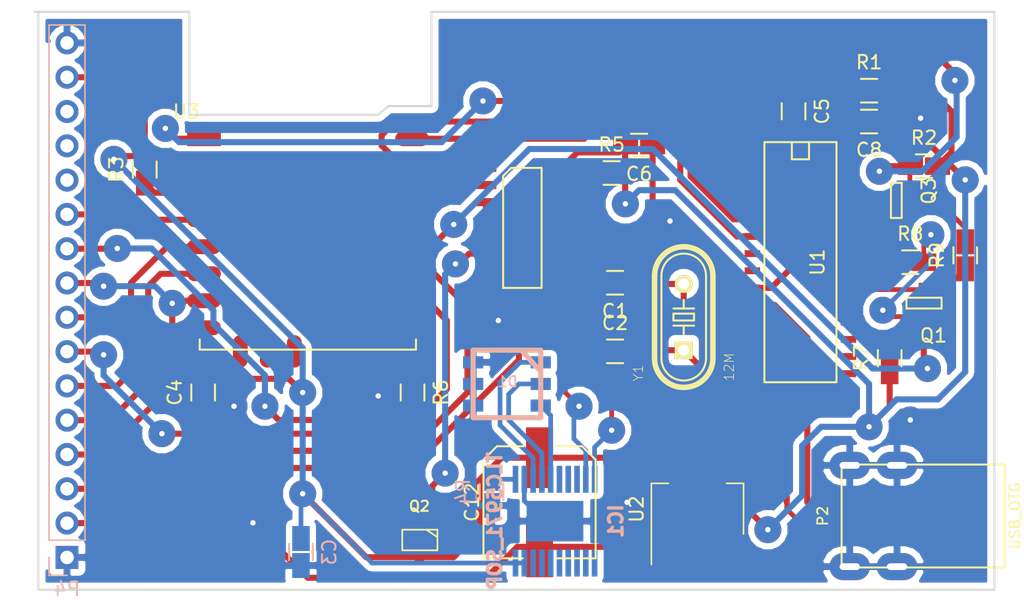
<source format=kicad_pcb>
(kicad_pcb (version 20170920) (host pcbnew "(2017-09-25 revision 6e440ff)-master")

  (general
    (thickness 1.6)
    (drawings 21)
    (tracks 370)
    (zones 0)
    (modules 29)
    (nets 78)
  )

  (page USLetter)
  (layers
    (0 F.Cu signal)
    (31 B.Cu signal)
    (32 B.Adhes user)
    (33 F.Adhes user)
    (34 B.Paste user)
    (35 F.Paste user)
    (36 B.SilkS user)
    (37 F.SilkS user)
    (38 B.Mask user)
    (39 F.Mask user)
    (40 Dwgs.User user)
    (41 Cmts.User user)
    (42 Eco1.User user)
    (43 Eco2.User user)
    (44 Edge.Cuts user)
    (45 Margin user)
    (46 B.CrtYd user)
    (47 F.CrtYd user)
    (48 B.Fab user)
    (49 F.Fab user)
  )

  (setup
    (last_trace_width 0.35)
    (user_trace_width 0.35)
    (trace_clearance 0.2)
    (zone_clearance 0.45)
    (zone_45_only no)
    (trace_min 0.2)
    (segment_width 0.2)
    (edge_width 0.15)
    (via_size 2)
    (via_drill 0.4)
    (via_min_size 1.5)
    (via_min_drill 0.3)
    (uvia_size 0.3)
    (uvia_drill 0.1)
    (uvias_allowed no)
    (uvia_min_size 0.2)
    (uvia_min_drill 0.1)
    (pcb_text_width 0.3)
    (pcb_text_size 1.5 1.5)
    (mod_edge_width 0.15)
    (mod_text_size 1 1)
    (mod_text_width 0.15)
    (pad_size 1.524 1.524)
    (pad_drill 0.762)
    (pad_to_mask_clearance 0.2)
    (aux_axis_origin 0 0)
    (visible_elements FFFFFF7F)
    (pcbplotparams
      (layerselection 0x00030_ffffffff)
      (usegerberextensions false)
      (usegerberattributes true)
      (usegerberadvancedattributes true)
      (creategerberjobfile true)
      (excludeedgelayer true)
      (linewidth 0.100000)
      (plotframeref false)
      (viasonmask false)
      (mode 1)
      (useauxorigin false)
      (hpglpennumber 1)
      (hpglpenspeed 20)
      (hpglpendiameter 15)
      (psnegative false)
      (psa4output false)
      (plotreference true)
      (plotvalue true)
      (plotinvisibletext false)
      (padsonsilk false)
      (subtractmaskfromsilk false)
      (outputformat 1)
      (mirror false)
      (drillshape 1)
      (scaleselection 1)
      (outputdirectory ""))
  )

  (net 0 "")
  (net 1 GND)
  (net 2 +5V)
  (net 3 "Net-(P2-Pad4)")
  (net 4 "Net-(C1-Pad1)")
  (net 5 +3V3)
  (net 6 LED_BLUE)
  (net 7 LED_GREEN)
  (net 8 LED_RED)
  (net 9 MOSI)
  (net 10 SCK)
  (net 11 MISO)
  (net 12 "Net-(P4-Pad14)")
  (net 13 "Net-(P4-Pad13)")
  (net 14 "Net-(P4-Pad12)")
  (net 15 "Net-(P4-Pad2)")
  (net 16 RESET_TFT)
  (net 17 A0)
  (net 18 CS_SD)
  (net 19 BACKLIGHT)
  (net 20 CS_TFT)
  (net 21 "Net-(IC1-Pad16)")
  (net 22 TXD)
  (net 23 RXD)
  (net 24 "Net-(U1-Pad15)")
  (net 25 "Net-(U1-Pad8)")
  (net 26 "Net-(U3-Pad18)")
  (net 27 UD-)
  (net 28 UD+)
  (net 29 "Net-(C2-Pad2)")
  (net 30 "Net-(IC1-Pad18)")
  (net 31 "Net-(IC1-Pad17)")
  (net 32 "Net-(IC1-Pad15)")
  (net 33 "Net-(IC1-Pad14)")
  (net 34 "Net-(IC1-Pad13)")
  (net 35 "Net-(IC1-Pad12)")
  (net 36 "Net-(IC1-Pad11)")
  (net 37 SCL)
  (net 38 SDA)
  (net 39 "Net-(IC1-Pad8)")
  (net 40 "Net-(IC1-Pad7)")
  (net 41 "Net-(IC1-Pad6)")
  (net 42 "Net-(IC1-Pad1)")
  (net 43 "Net-(R1-Pad1)")
  (net 44 "Net-(U1-Pad16)")
  (net 45 "Net-(U1-Pad7)")
  (net 46 "Net-(U1-Pad4)")
  (net 47 "Net-(U1-Pad3)")
  (net 48 "Net-(U1-Pad2)")
  (net 49 "Net-(U1-Pad1)")
  (net 50 "Net-(U3-Pad20)")
  (net 51 "Net-(U3-Pad19)")
  (net 52 "Net-(U3-Pad17)")
  (net 53 GPIO0)
  (net 54 "Net-(U3-Pad2)")
  (net 55 REST)
  (net 56 "Net-(U3-Pad21)")
  (net 57 "Net-(U3-Pad22)")
  (net 58 "Net-(??1-Pad15)")
  (net 59 "Net-(Q1-Pad1)")
  (net 60 "Net-(Q3-Pad1)")
  (net 61 DTR)
  (net 62 "Net-(??1-Pad10)")
  (net 63 "Net-(??1-Pad11)")
  (net 64 "Net-(??1-Pad12)")
  (net 65 "Net-(??1-Pad13)")
  (net 66 "Net-(??1-Pad14)")
  (net 67 "Net-(U1-Pad17)")
  (net 68 "Net-(U1-Pad18)")
  (net 69 "Net-(U1-Pad19)")
  (net 70 "Net-(U1-Pad22)")
  (net 71 "Net-(U1-Pad23)")
  (net 72 "Net-(U1-Pad24)")
  (net 73 "Net-(U1-Pad25)")
  (net 74 "Net-(U1-Pad26)")
  (net 75 "Net-(R3-Pad1)")
  (net 76 "Net-(??1-Pad9)")
  (net 77 RTS)

  (net_class Default "This is the default net class."
    (clearance 0.2)
    (trace_width 0.45)
    (via_dia 2)
    (via_drill 0.4)
    (uvia_dia 0.3)
    (uvia_drill 0.1)
    (add_net A0)
    (add_net BACKLIGHT)
    (add_net CS_SD)
    (add_net CS_TFT)
    (add_net DTR)
    (add_net GPIO0)
    (add_net LED_BLUE)
    (add_net LED_GREEN)
    (add_net LED_RED)
    (add_net MISO)
    (add_net MOSI)
    (add_net "Net-(??1-Pad10)")
    (add_net "Net-(??1-Pad11)")
    (add_net "Net-(??1-Pad12)")
    (add_net "Net-(??1-Pad13)")
    (add_net "Net-(??1-Pad14)")
    (add_net "Net-(??1-Pad15)")
    (add_net "Net-(??1-Pad9)")
    (add_net "Net-(C1-Pad1)")
    (add_net "Net-(C2-Pad2)")
    (add_net "Net-(IC1-Pad1)")
    (add_net "Net-(IC1-Pad11)")
    (add_net "Net-(IC1-Pad12)")
    (add_net "Net-(IC1-Pad13)")
    (add_net "Net-(IC1-Pad14)")
    (add_net "Net-(IC1-Pad15)")
    (add_net "Net-(IC1-Pad16)")
    (add_net "Net-(IC1-Pad17)")
    (add_net "Net-(IC1-Pad18)")
    (add_net "Net-(IC1-Pad6)")
    (add_net "Net-(IC1-Pad7)")
    (add_net "Net-(IC1-Pad8)")
    (add_net "Net-(P2-Pad4)")
    (add_net "Net-(P4-Pad12)")
    (add_net "Net-(P4-Pad13)")
    (add_net "Net-(P4-Pad14)")
    (add_net "Net-(P4-Pad2)")
    (add_net "Net-(Q1-Pad1)")
    (add_net "Net-(Q3-Pad1)")
    (add_net "Net-(R1-Pad1)")
    (add_net "Net-(R3-Pad1)")
    (add_net "Net-(U1-Pad1)")
    (add_net "Net-(U1-Pad15)")
    (add_net "Net-(U1-Pad16)")
    (add_net "Net-(U1-Pad17)")
    (add_net "Net-(U1-Pad18)")
    (add_net "Net-(U1-Pad19)")
    (add_net "Net-(U1-Pad2)")
    (add_net "Net-(U1-Pad22)")
    (add_net "Net-(U1-Pad23)")
    (add_net "Net-(U1-Pad24)")
    (add_net "Net-(U1-Pad25)")
    (add_net "Net-(U1-Pad26)")
    (add_net "Net-(U1-Pad3)")
    (add_net "Net-(U1-Pad4)")
    (add_net "Net-(U1-Pad7)")
    (add_net "Net-(U1-Pad8)")
    (add_net "Net-(U3-Pad17)")
    (add_net "Net-(U3-Pad18)")
    (add_net "Net-(U3-Pad19)")
    (add_net "Net-(U3-Pad2)")
    (add_net "Net-(U3-Pad20)")
    (add_net "Net-(U3-Pad21)")
    (add_net "Net-(U3-Pad22)")
    (add_net RESET_TFT)
    (add_net REST)
    (add_net RTS)
    (add_net RXD)
    (add_net SCK)
    (add_net SCL)
    (add_net SDA)
    (add_net TXD)
    (add_net UD+)
    (add_net UD-)
  )

  (net_class Power ""
    (clearance 0.2)
    (trace_width 0.45)
    (via_dia 2)
    (via_drill 0.4)
    (uvia_dia 0.3)
    (uvia_drill 0.1)
    (add_net +3V3)
    (add_net +5V)
    (add_net GND)
  )

  (module coddingtonbear/coddingtonbear.pretty:ESP-12E (layer F.Cu) (tedit 59DA8A8F) (tstamp 5AA1D618)
    (at 132.334 47.244)
    (descr "Module, ESP-8266, ESP-12, 16 pad, SMD")
    (tags "Module ESP-8266 ESP8266")
    (path /59D97C11)
    (fp_text reference U3 (at -2 -2) (layer F.SilkS)
      (effects (font (size 1 1) (thickness 0.15)))
    )
    (fp_text value ESP-12E (at 8 1) (layer F.Fab)
      (effects (font (size 1 1) (thickness 0.15)))
    )
    (fp_line (start -2.25 -0.5) (end -2.25 -8.75) (layer F.CrtYd) (width 0.05))
    (fp_line (start -2.25 -8.75) (end 15.25 -8.75) (layer F.CrtYd) (width 0.05))
    (fp_line (start 15.25 -8.75) (end 16.25 -8.75) (layer F.CrtYd) (width 0.05))
    (fp_line (start 16.25 -8.75) (end 16.25 16) (layer F.CrtYd) (width 0.05))
    (fp_line (start 16.25 16) (end -2.25 16) (layer F.CrtYd) (width 0.05))
    (fp_line (start -2.25 16) (end -2.25 -0.5) (layer F.CrtYd) (width 0.05))
    (fp_line (start -1.016 -8.382) (end 14.986 -8.382) (layer F.CrtYd) (width 0.1524))
    (fp_line (start 14.986 -8.382) (end 14.986 -0.889) (layer F.CrtYd) (width 0.1524))
    (fp_line (start -1.016 -8.382) (end -1.016 -1.016) (layer F.CrtYd) (width 0.1524))
    (fp_line (start -1.016 14.859) (end -1.016 15.621) (layer F.SilkS) (width 0.1524))
    (fp_line (start -1.016 15.621) (end 14.986 15.621) (layer F.SilkS) (width 0.1524))
    (fp_line (start 14.986 15.621) (end 14.986 14.859) (layer F.SilkS) (width 0.1524))
    (fp_line (start 14.992 -8.4) (end -1.008 -2.6) (layer F.CrtYd) (width 0.1524))
    (fp_line (start -1.008 -8.4) (end 14.992 -2.6) (layer F.CrtYd) (width 0.1524))
    (fp_text user "No Copper" (at 6.892 -5.4) (layer F.CrtYd)
      (effects (font (size 1 1) (thickness 0.15)))
    )
    (fp_line (start -1.008 -2.6) (end 14.992 -2.6) (layer F.CrtYd) (width 0.1524))
    (fp_line (start 15 -8.4) (end 15 15.6) (layer F.Fab) (width 0.05))
    (fp_line (start 14.992 15.6) (end -1.008 15.6) (layer F.Fab) (width 0.05))
    (fp_line (start -1.008 15.6) (end -1.008 -8.4) (layer F.Fab) (width 0.05))
    (fp_line (start -1.008 -8.4) (end 14.992 -8.4) (layer F.Fab) (width 0.05))
    (pad 1 smd rect (at 0 0) (size 2.5 1.1) (drill (offset -0.7 0)) (layers F.Cu F.Paste F.Mask)
      (net 55 REST))
    (pad 2 smd oval (at 0 2) (size 2.5 1.1) (drill (offset -0.7 0)) (layers F.Cu F.Paste F.Mask)
      (net 54 "Net-(U3-Pad2)"))
    (pad 3 smd oval (at 0 4) (size 2.5 1.1) (drill (offset -0.7 0)) (layers F.Cu F.Paste F.Mask)
      (net 75 "Net-(R3-Pad1)"))
    (pad 4 smd oval (at 0 6) (size 2.5 1.1) (drill (offset -0.7 0)) (layers F.Cu F.Paste F.Mask)
      (net 16 RESET_TFT))
    (pad 5 smd oval (at 0 8) (size 2.5 1.1) (drill (offset -0.7 0)) (layers F.Cu F.Paste F.Mask)
      (net 10 SCK))
    (pad 6 smd oval (at 0 10) (size 2.5 1.1) (drill (offset -0.7 0)) (layers F.Cu F.Paste F.Mask)
      (net 11 MISO))
    (pad 7 smd oval (at 0 12) (size 2.5 1.1) (drill (offset -0.7 0)) (layers F.Cu F.Paste F.Mask)
      (net 9 MOSI))
    (pad 8 smd oval (at 0 14) (size 2.5 1.1) (drill (offset -0.7 0)) (layers F.Cu F.Paste F.Mask)
      (net 5 +3V3))
    (pad 9 smd oval (at 14 14) (size 2.5 1.1) (drill (offset 0.7 0)) (layers F.Cu F.Paste F.Mask)
      (net 1 GND))
    (pad 10 smd oval (at 14 12) (size 2.5 1.1) (drill (offset 0.7 0)) (layers F.Cu F.Paste F.Mask)
      (net 17 A0))
    (pad 11 smd oval (at 14 10) (size 2.5 1.1) (drill (offset 0.7 0)) (layers F.Cu F.Paste F.Mask)
      (net 20 CS_TFT))
    (pad 12 smd oval (at 14 8) (size 2.5 1.1) (drill (offset 0.7 0)) (layers F.Cu F.Paste F.Mask)
      (net 53 GPIO0))
    (pad 13 smd oval (at 14 6) (size 2.5 1.1) (drill (offset 0.7 0)) (layers F.Cu F.Paste F.Mask)
      (net 38 SDA))
    (pad 14 smd oval (at 14 4) (size 2.5 1.1) (drill (offset 0.7 0)) (layers F.Cu F.Paste F.Mask)
      (net 37 SCL))
    (pad 15 smd oval (at 14 2) (size 2.5 1.1) (drill (offset 0.7 0)) (layers F.Cu F.Paste F.Mask)
      (net 23 RXD))
    (pad 16 smd oval (at 14 0) (size 2.5 1.1) (drill (offset 0.7 0)) (layers F.Cu F.Paste F.Mask)
      (net 22 TXD))
    (pad 17 smd oval (at 1.99 15.75 90) (size 2.4 1.1) (layers F.Cu F.Paste F.Mask)
      (net 52 "Net-(U3-Pad17)"))
    (pad 18 smd oval (at 3.99 15.75 90) (size 2.4 1.1) (layers F.Cu F.Paste F.Mask)
      (net 26 "Net-(U3-Pad18)"))
    (pad 19 smd oval (at 5.99 15.75 90) (size 2.4 1.1) (layers F.Cu F.Paste F.Mask)
      (net 51 "Net-(U3-Pad19)"))
    (pad 20 smd oval (at 7.99 15.75 90) (size 2.4 1.1) (layers F.Cu F.Paste F.Mask)
      (net 50 "Net-(U3-Pad20)"))
    (pad 21 smd oval (at 9.99 15.75 90) (size 2.4 1.1) (layers F.Cu F.Paste F.Mask)
      (net 56 "Net-(U3-Pad21)"))
    (pad 22 smd oval (at 11.99 15.75 90) (size 2.4 1.1) (layers F.Cu F.Paste F.Mask)
      (net 57 "Net-(U3-Pad22)"))
    (model ${ESPLIB}/ESP8266.3dshapes/ESP-12.wrl
      (at (xyz 0 0 0))
      (scale (xyz 0.3937 0.3937 0.3937))
      (rotate (xyz 0 0 0))
    )
  )

  (module coddingtonbear/coddingtonbear.pretty:0805_Milling (layer F.Cu) (tedit 59D06948) (tstamp 5A6AE3B9)
    (at 183.896 56.388)
    (descr "Resistor SMD 0805, reflow soldering, Vishay (see dcrcw.pdf)")
    (tags "resistor 0805")
    (path /59DA9DE1)
    (attr smd)
    (fp_text reference R8 (at 0 -2.1) (layer F.SilkS)
      (effects (font (size 1 1) (thickness 0.15)))
    )
    (fp_text value 10k (at 0 2.1) (layer F.Fab)
      (effects (font (size 1 1) (thickness 0.15)))
    )
    (fp_line (start -0.6 -0.875) (end 0.6 -0.875) (layer F.SilkS) (width 0.15))
    (fp_line (start 0.6 0.875) (end -0.6 0.875) (layer F.SilkS) (width 0.15))
    (pad 2 smd rect (at 1 0) (size 1.85 1.3) (layers F.Cu F.Paste F.Mask)
      (net 59 "Net-(Q1-Pad1)"))
    (pad 1 smd rect (at -1 0) (size 1.85 1.3) (layers F.Cu F.Paste F.Mask)
      (net 77 RTS))
    (model Resistors_SMD.3dshapes/R_0805.wrl
      (at (xyz 0 0 0))
      (scale (xyz 1 1 1))
      (rotate (xyz 0 0 0))
    )
  )

  (module coddingtonbear/coddingtonbear.pretty:0805_Milling (layer F.Cu) (tedit 59D06948) (tstamp 5A6AE3B1)
    (at 187.96 55.88 90)
    (descr "Resistor SMD 0805, reflow soldering, Vishay (see dcrcw.pdf)")
    (tags "resistor 0805")
    (path /59DA9E65)
    (attr smd)
    (fp_text reference R9 (at 0 -2.1 90) (layer F.SilkS)
      (effects (font (size 1 1) (thickness 0.15)))
    )
    (fp_text value 10k (at 0 2.1 90) (layer F.Fab)
      (effects (font (size 1 1) (thickness 0.15)))
    )
    (fp_line (start 0.6 0.875) (end -0.6 0.875) (layer F.SilkS) (width 0.15))
    (fp_line (start -0.6 -0.875) (end 0.6 -0.875) (layer F.SilkS) (width 0.15))
    (pad 1 smd rect (at -1 0 90) (size 1.85 1.3) (layers F.Cu F.Paste F.Mask)
      (net 61 DTR))
    (pad 2 smd rect (at 1 0 90) (size 1.85 1.3) (layers F.Cu F.Paste F.Mask)
      (net 60 "Net-(Q3-Pad1)"))
    (model Resistors_SMD.3dshapes/R_0805.wrl
      (at (xyz 0 0 0))
      (scale (xyz 1 1 1))
      (rotate (xyz 0 0 0))
    )
  )

  (module brunoeagle/kicad-open-modules:TSSOP-20 (layer B.Cu) (tedit 0) (tstamp 5A6A70B7)
    (at 157.607 75.565)
    (path /59D9FF8D)
    (fp_text reference IC1 (at 4.51104 0 -90) (layer B.SilkS)
      (effects (font (size 1.00076 1.00076) (thickness 0.25146)) (justify mirror))
    )
    (fp_text value TLC5971_SOP (at -4.45008 0 -90) (layer B.SilkS)
      (effects (font (size 1.00076 1.00076) (thickness 0.25146)) (justify mirror))
    )
    (pad 16 smd rect (at -0.32004 3.10134) (size 0.4191 1.99898) (layers B.Cu B.Paste B.Mask)
      (net 21 "Net-(IC1-Pad16)"))
    (pad 15 smd rect (at 0.3302 3.10134) (size 0.4191 1.99898) (layers B.Cu B.Paste B.Mask)
      (net 32 "Net-(IC1-Pad15)"))
    (pad 13 smd rect (at 1.63068 3.10134) (size 0.4191 1.99898) (layers B.Cu B.Paste B.Mask)
      (net 34 "Net-(IC1-Pad13)"))
    (pad 14 smd rect (at 0.98044 3.10134) (size 0.4191 1.99898) (layers B.Cu B.Paste B.Mask)
      (net 33 "Net-(IC1-Pad14)"))
    (pad 17 smd rect (at -0.97028 3.10134) (size 0.4191 1.99898) (layers B.Cu B.Paste B.Mask)
      (net 31 "Net-(IC1-Pad17)"))
    (pad 18 smd rect (at -1.62052 3.10134) (size 0.4191 1.99898) (layers B.Cu B.Paste B.Mask)
      (net 30 "Net-(IC1-Pad18)"))
    (pad 20 smd rect (at -2.921 3.10134) (size 0.4191 1.99898) (layers B.Cu B.Paste B.Mask)
      (net 5 +3V3))
    (pad 19 smd rect (at -2.27076 3.10134) (size 0.4191 1.99898) (layers B.Cu B.Paste B.Mask)
      (net 5 +3V3))
    (pad 12 smd rect (at 2.27838 3.10134) (size 0.4191 1.99898) (layers B.Cu B.Paste B.Mask)
      (net 35 "Net-(IC1-Pad12)"))
    (pad 11 smd rect (at 2.92862 3.10134) (size 0.4191 1.99898) (layers B.Cu B.Paste B.Mask)
      (net 36 "Net-(IC1-Pad11)"))
    (pad 10 smd rect (at 2.92862 -3.0988) (size 0.4191 1.99898) (layers B.Cu B.Paste B.Mask)
      (net 63 "Net-(??1-Pad11)"))
    (pad 9 smd rect (at 2.27838 -3.0988) (size 0.4191 1.99898) (layers B.Cu B.Paste B.Mask)
      (net 62 "Net-(??1-Pad10)"))
    (pad 2 smd rect (at -2.27076 -3.0988) (size 0.4191 1.99898) (layers B.Cu B.Paste B.Mask)
      (net 1 GND))
    (pad 1 smd rect (at -2.921 -3.0988) (size 0.4191 1.99898) (layers B.Cu B.Paste B.Mask)
      (net 42 "Net-(IC1-Pad1)"))
    (pad 3 smd rect (at -1.62052 -3.0988) (size 0.4191 1.99898) (layers B.Cu B.Paste B.Mask)
      (net 8 LED_RED))
    (pad 4 smd rect (at -0.97028 -3.0988) (size 0.4191 1.99898) (layers B.Cu B.Paste B.Mask)
      (net 7 LED_GREEN))
    (pad 7 smd rect (at 0.98044 -3.0988) (size 0.4191 1.99898) (layers B.Cu B.Paste B.Mask)
      (net 40 "Net-(IC1-Pad7)"))
    (pad 8 smd rect (at 1.63068 -3.0988) (size 0.4191 1.99898) (layers B.Cu B.Paste B.Mask)
      (net 39 "Net-(IC1-Pad8)"))
    (pad 6 smd rect (at 0.3302 -3.0988) (size 0.4191 1.99898) (layers B.Cu B.Paste B.Mask)
      (net 41 "Net-(IC1-Pad6)"))
    (pad 5 smd rect (at -0.32004 -3.0988) (size 0.4191 1.99898) (layers B.Cu B.Paste B.Mask)
      (net 6 LED_BLUE))
    (pad 21 smd rect (at 0 0) (size 4.20116 2.99974) (layers B.Cu B.Paste B.Mask)
      (net 1 GND))
  )

  (module coddingtonbear/coddingtonbear.pretty:UJ2-MIBH-4-SMT (layer F.Cu) (tedit 59D18952) (tstamp 5A5858D9)
    (at 178.816 75.184 90)
    (path /58EAD0A2)
    (fp_text reference P2 (at 0 -1.397 90) (layer F.SilkS)
      (effects (font (size 0.762 0.762) (thickness 0.127)))
    )
    (fp_text value USB_OTG (at 0 12.827 90) (layer F.SilkS)
      (effects (font (size 0.762 0.762) (thickness 0.127)))
    )
    (fp_line (start 3.81 0) (end 3.81 12.065) (layer F.SilkS) (width 0.15))
    (fp_line (start -3.81 0) (end 3.81 0) (layer F.SilkS) (width 0.15))
    (fp_line (start -3.81 12.065) (end 3.81 12.065) (layer F.SilkS) (width 0.15))
    (fp_line (start -3.81 0) (end -3.81 12.065) (layer F.SilkS) (width 0.15))
    (pad 6 thru_hole oval (at 3.75 4.1 90) (size 2 3) (drill oval 0.5 1.5) (layers *.Cu *.Mask)
      (net 1 GND))
    (pad 5 smd rect (at 1.29794 0.32004 90) (size 0.39878 3) (layers F.Cu F.Paste F.Mask)
      (net 1 GND) (clearance 0.2032))
    (pad 4 smd rect (at 0.6477 0.32004 90) (size 0.39878 3) (layers F.Cu F.Paste F.Mask)
      (net 3 "Net-(P2-Pad4)") (clearance 0.2032))
    (pad 3 smd rect (at 0 0.32004 90) (size 0.39878 3) (layers F.Cu F.Paste F.Mask)
      (net 28 UD+) (clearance 0.2032))
    (pad 2 smd rect (at -0.6477 0.32004 90) (size 0.39878 3) (layers F.Cu F.Paste F.Mask)
      (net 27 UD-) (clearance 0.2032))
    (pad 1 smd rect (at -1.29794 0.32004 90) (size 0.39878 3) (layers F.Cu F.Paste F.Mask)
      (net 2 +5V) (clearance 0.2032))
    (pad 6 thru_hole oval (at -3.75 0.6 90) (size 2 3) (drill oval 0.5 1.5) (layers *.Cu *.Mask)
      (net 1 GND))
    (pad 6 thru_hole oval (at 3.75 0.6 90) (size 2 3) (drill oval 0.5 1.5) (layers *.Cu *.Mask)
      (net 1 GND))
    (pad 6 thru_hole oval (at -3.75 4.1 90) (size 2 3) (drill oval 0.5 1.5) (layers *.Cu *.Mask)
      (net 1 GND))
  )

  (module ohdsp/KiCad-Libs/MyKiCadLibs-Footprints.pretty:CAP-SMD-SIZE-F (layer F.Cu) (tedit 55A24DE7) (tstamp 5A464C2E)
    (at 156.464 74.168)
    (path /58FCF5C8)
    (fp_text reference C12 (at -5 0 90) (layer F.SilkS)
      (effects (font (size 1 1) (thickness 0.15)))
    )
    (fp_text value 1000u (at 5 0 90) (layer F.Fab) hide
      (effects (font (size 1 1) (thickness 0.15)))
    )
    (fp_line (start -4.15 4.15) (end -1.25 4.15) (layer F.SilkS) (width 0.15))
    (fp_line (start 4.15 4.15) (end 1.25 4.15) (layer F.SilkS) (width 0.15))
    (fp_line (start -3.15 -4.15) (end -1.2 -4.15) (layer F.SilkS) (width 0.15))
    (fp_line (start 3.15 -4.15) (end 1.2 -4.15) (layer F.SilkS) (width 0.15))
    (fp_line (start 4.15 0) (end 4.15 -3.15) (layer F.SilkS) (width 0.15))
    (fp_line (start 4.15 -3.15) (end 3.15 -4.15) (layer F.SilkS) (width 0.15))
    (fp_line (start -3.15 -4.15) (end -4.15 -3.15) (layer F.SilkS) (width 0.15))
    (fp_line (start -4.15 -3.15) (end -4.15 0.05) (layer F.SilkS) (width 0.15))
    (fp_line (start -4.15 0) (end -4.15 4.15) (layer F.SilkS) (width 0.15))
    (fp_line (start 4.15 4.15) (end 4.15 0) (layer F.SilkS) (width 0.15))
    (pad 1 smd rect (at 0 -3.3) (size 2 4.5) (layers F.Cu F.Paste F.Mask)
      (net 5 +3V3))
    (pad 2 smd rect (at 0 3.3) (size 2 4.5) (layers F.Cu F.Paste F.Mask)
      (net 1 GND))
  )

  (module celeritous/KiCad.pretty:SOT23-3 (layer F.Cu) (tedit 57E2D8CA) (tstamp 5A343E6A)
    (at 181.864 51.816 90)
    (path /59D9A3D1)
    (fp_text reference Q3 (at 0.7 3.4 90) (layer F.SilkS)
      (effects (font (size 1 1) (thickness 0.15)))
    )
    (fp_text value PDTD113ZT,215 (at 1.3 -1.5 90) (layer F.Fab) hide
      (effects (font (size 1 1) (thickness 0.15)))
    )
    (fp_line (start 1.3 0.6) (end -1.3 0.6) (layer F.SilkS) (width 0.15))
    (fp_line (start 1.3 1.4) (end 1.3 0.6) (layer F.SilkS) (width 0.15))
    (fp_line (start -1.3 1.4) (end 1.3 1.4) (layer F.SilkS) (width 0.15))
    (fp_line (start -1.3 0.6) (end -1.3 1.4) (layer F.SilkS) (width 0.15))
    (pad 3 smd rect (at 0.95 2 90) (size 0.8 1) (layers F.Cu F.Paste F.Mask)
      (net 55 REST))
    (pad 1 smd rect (at -0.95 2 90) (size 0.8 1) (layers F.Cu F.Paste F.Mask)
      (net 60 "Net-(Q3-Pad1)"))
    (pad 2 smd rect (at 0 0 90) (size 0.8 1) (layers F.Cu F.Paste F.Mask)
      (net 77 RTS))
  )

  (module celeritous/KiCad.pretty:SOT23-3 (layer F.Cu) (tedit 57E2D8CA) (tstamp 5A343E5F)
    (at 184.912 58.42)
    (path /59D9A2AF)
    (fp_text reference Q1 (at 0.7 3.4) (layer F.SilkS)
      (effects (font (size 1 1) (thickness 0.15)))
    )
    (fp_text value PDTD113ZT,215 (at 1.3 -1.5) (layer F.Fab) hide
      (effects (font (size 1 1) (thickness 0.15)))
    )
    (fp_line (start -1.3 0.6) (end -1.3 1.4) (layer F.SilkS) (width 0.15))
    (fp_line (start -1.3 1.4) (end 1.3 1.4) (layer F.SilkS) (width 0.15))
    (fp_line (start 1.3 1.4) (end 1.3 0.6) (layer F.SilkS) (width 0.15))
    (fp_line (start 1.3 0.6) (end -1.3 0.6) (layer F.SilkS) (width 0.15))
    (pad 2 smd rect (at 0 0) (size 0.8 1) (layers F.Cu F.Paste F.Mask)
      (net 61 DTR))
    (pad 1 smd rect (at -0.95 2) (size 0.8 1) (layers F.Cu F.Paste F.Mask)
      (net 59 "Net-(Q1-Pad1)"))
    (pad 3 smd rect (at 0.95 2) (size 0.8 1) (layers F.Cu F.Paste F.Mask)
      (net 53 GPIO0))
  )

  (module coddingtonbear/coddingtonbear.pretty:0805_Milling (layer B.Cu) (tedit 59D06948) (tstamp 5A223102)
    (at 152.908 73.406 270)
    (descr "Resistor SMD 0805, reflow soldering, Vishay (see dcrcw.pdf)")
    (tags "resistor 0805")
    (path /59DA2997)
    (attr smd)
    (fp_text reference R4 (at 0 2.1 270) (layer B.SilkS)
      (effects (font (size 1 1) (thickness 0.15)) (justify mirror))
    )
    (fp_text value 5k (at 0 -2.1 270) (layer B.Fab)
      (effects (font (size 1 1) (thickness 0.15)) (justify mirror))
    )
    (fp_line (start -0.6 0.875) (end 0.6 0.875) (layer B.SilkS) (width 0.15))
    (fp_line (start 0.6 -0.875) (end -0.6 -0.875) (layer B.SilkS) (width 0.15))
    (pad 2 smd rect (at 1 0 270) (size 1.85 1.3) (layers B.Cu B.Paste B.Mask)
      (net 1 GND))
    (pad 1 smd rect (at -1 0 270) (size 1.85 1.3) (layers B.Cu B.Paste B.Mask)
      (net 42 "Net-(IC1-Pad1)"))
    (model Resistors_SMD.3dshapes/R_0805.wrl
      (at (xyz 0 0 0))
      (scale (xyz 1 1 1))
      (rotate (xyz 0 0 0))
    )
  )

  (module coddingtonbear/coddingtonbear.pretty:0805_Milling (layer F.Cu) (tedit 59D06948) (tstamp 5A2230FA)
    (at 127.254 49.53 90)
    (descr "Resistor SMD 0805, reflow soldering, Vishay (see dcrcw.pdf)")
    (tags "resistor 0805")
    (path /59DA5BE7)
    (attr smd)
    (fp_text reference R3 (at 0 -2.1 90) (layer F.SilkS)
      (effects (font (size 1 1) (thickness 0.15)))
    )
    (fp_text value 10k (at 0 2.1 90) (layer F.Fab)
      (effects (font (size 1 1) (thickness 0.15)))
    )
    (fp_line (start 0.6 0.875) (end -0.6 0.875) (layer F.SilkS) (width 0.15))
    (fp_line (start -0.6 -0.875) (end 0.6 -0.875) (layer F.SilkS) (width 0.15))
    (pad 1 smd rect (at -1 0 90) (size 1.85 1.3) (layers F.Cu F.Paste F.Mask)
      (net 75 "Net-(R3-Pad1)"))
    (pad 2 smd rect (at 1 0 90) (size 1.85 1.3) (layers F.Cu F.Paste F.Mask)
      (net 5 +3V3))
    (model Resistors_SMD.3dshapes/R_0805.wrl
      (at (xyz 0 0 0))
      (scale (xyz 1 1 1))
      (rotate (xyz 0 0 0))
    )
  )

  (module coddingtonbear/coddingtonbear.pretty:0805_Milling (layer F.Cu) (tedit 59D06948) (tstamp 5A2230F2)
    (at 184.912 49.276)
    (descr "Resistor SMD 0805, reflow soldering, Vishay (see dcrcw.pdf)")
    (tags "resistor 0805")
    (path /59DA5B6B)
    (attr smd)
    (fp_text reference R2 (at 0 -2.1) (layer F.SilkS)
      (effects (font (size 1 1) (thickness 0.15)))
    )
    (fp_text value 10k (at 0 2.1) (layer F.Fab)
      (effects (font (size 1 1) (thickness 0.15)))
    )
    (fp_line (start -0.6 -0.875) (end 0.6 -0.875) (layer F.SilkS) (width 0.15))
    (fp_line (start 0.6 0.875) (end -0.6 0.875) (layer F.SilkS) (width 0.15))
    (pad 2 smd rect (at 1 0) (size 1.85 1.3) (layers F.Cu F.Paste F.Mask)
      (net 5 +3V3))
    (pad 1 smd rect (at -1 0) (size 1.85 1.3) (layers F.Cu F.Paste F.Mask)
      (net 55 REST))
    (model Resistors_SMD.3dshapes/R_0805.wrl
      (at (xyz 0 0 0))
      (scale (xyz 1 1 1))
      (rotate (xyz 0 0 0))
    )
  )

  (module coddingtonbear/coddingtonbear.pretty:0805_Milling (layer F.Cu) (tedit 59D06948) (tstamp 5A2230CE)
    (at 180.848 45.974 180)
    (descr "Resistor SMD 0805, reflow soldering, Vishay (see dcrcw.pdf)")
    (tags "resistor 0805")
    (path /59DA2342)
    (attr smd)
    (fp_text reference C8 (at 0 -2.1 180) (layer F.SilkS)
      (effects (font (size 1 1) (thickness 0.15)))
    )
    (fp_text value 0.1u (at 0 2.1 180) (layer F.Fab)
      (effects (font (size 1 1) (thickness 0.15)))
    )
    (fp_line (start 0.6 0.875) (end -0.6 0.875) (layer F.SilkS) (width 0.15))
    (fp_line (start -0.6 -0.875) (end 0.6 -0.875) (layer F.SilkS) (width 0.15))
    (pad 1 smd rect (at -1 0 180) (size 1.85 1.3) (layers F.Cu F.Paste F.Mask)
      (net 1 GND))
    (pad 2 smd rect (at 1 0 180) (size 1.85 1.3) (layers F.Cu F.Paste F.Mask)
      (net 5 +3V3))
    (model Resistors_SMD.3dshapes/R_0805.wrl
      (at (xyz 0 0 0))
      (scale (xyz 1 1 1))
      (rotate (xyz 0 0 0))
    )
  )

  (module KiCad/SMD_Packages.pretty:SOIC-28 (layer F.Cu) (tedit 0) (tstamp 59FE1C53)
    (at 175.768 56.388 270)
    (descr "Module CMS SOJ 28 pins large")
    (tags "CMS SOJ")
    (path /59D9606B)
    (attr smd)
    (fp_text reference U1 (at 0 -1.26238 270) (layer F.SilkS)
      (effects (font (size 1 1) (thickness 0.15)))
    )
    (fp_text value CH341A (at 0 1.27 270) (layer F.Fab)
      (effects (font (size 1 1) (thickness 0.15)))
    )
    (fp_line (start 8.763 2.667) (end -8.89 2.667) (layer F.SilkS) (width 0.15))
    (fp_line (start -8.89 -2.667) (end 8.89 -2.667) (layer F.SilkS) (width 0.15))
    (fp_line (start 8.89 2.667) (end 8.89 -2.667) (layer F.SilkS) (width 0.15))
    (fp_line (start -8.89 -2.667) (end -8.89 2.667) (layer F.SilkS) (width 0.15))
    (fp_line (start -8.89 -0.635) (end -7.62 -0.635) (layer F.SilkS) (width 0.15))
    (fp_line (start -7.62 -0.635) (end -7.62 0.635) (layer F.SilkS) (width 0.15))
    (fp_line (start -7.62 0.635) (end -8.89 0.635) (layer F.SilkS) (width 0.15))
    (pad 1 smd rect (at -8.255 3.556 270) (size 0.508 1.143) (layers F.Cu F.Paste F.Mask)
      (net 49 "Net-(U1-Pad1)"))
    (pad 2 smd rect (at -6.985 3.556 270) (size 0.508 1.143) (layers F.Cu F.Paste F.Mask)
      (net 48 "Net-(U1-Pad2)"))
    (pad 3 smd rect (at -5.715 3.556 270) (size 0.508 1.143) (layers F.Cu F.Paste F.Mask)
      (net 47 "Net-(U1-Pad3)"))
    (pad 4 smd rect (at -4.445 3.556 270) (size 0.508 1.143) (layers F.Cu F.Paste F.Mask)
      (net 46 "Net-(U1-Pad4)"))
    (pad 5 smd rect (at -3.175 3.556 270) (size 0.508 1.143) (layers F.Cu F.Paste F.Mask)
      (net 23 RXD))
    (pad 6 smd rect (at -1.905 3.556 270) (size 0.508 1.143) (layers F.Cu F.Paste F.Mask)
      (net 22 TXD))
    (pad 7 smd rect (at -0.635 3.556 270) (size 0.508 1.143) (layers F.Cu F.Paste F.Mask)
      (net 45 "Net-(U1-Pad7)"))
    (pad 8 smd rect (at 0.635 3.556 270) (size 0.508 1.143) (layers F.Cu F.Paste F.Mask)
      (net 25 "Net-(U1-Pad8)"))
    (pad 9 smd rect (at 1.905 3.556 270) (size 0.508 1.143) (layers F.Cu F.Paste F.Mask)
      (net 5 +3V3))
    (pad 10 smd rect (at 3.175 3.556 270) (size 0.508 1.143) (layers F.Cu F.Paste F.Mask)
      (net 28 UD+))
    (pad 11 smd rect (at 4.445 3.556 270) (size 0.508 1.143) (layers F.Cu F.Paste F.Mask)
      (net 27 UD-))
    (pad 12 smd rect (at 5.715 3.556 270) (size 0.508 1.143) (layers F.Cu F.Paste F.Mask)
      (net 1 GND))
    (pad 13 smd rect (at 6.985 3.556 270) (size 0.508 1.143) (layers F.Cu F.Paste F.Mask)
      (net 4 "Net-(C1-Pad1)"))
    (pad 14 smd rect (at 8.255 3.556 270) (size 0.508 1.143) (layers F.Cu F.Paste F.Mask)
      (net 29 "Net-(C2-Pad2)"))
    (pad 15 smd rect (at 8.255 -3.556 270) (size 0.508 1.143) (layers F.Cu F.Paste F.Mask)
      (net 24 "Net-(U1-Pad15)"))
    (pad 16 smd rect (at 6.985 -3.556 270) (size 0.508 1.143) (layers F.Cu F.Paste F.Mask)
      (net 44 "Net-(U1-Pad16)"))
    (pad 17 smd rect (at 5.715 -3.556 270) (size 0.508 1.143) (layers F.Cu F.Paste F.Mask)
      (net 67 "Net-(U1-Pad17)"))
    (pad 18 smd rect (at 4.445 -3.556 270) (size 0.508 1.143) (layers F.Cu F.Paste F.Mask)
      (net 68 "Net-(U1-Pad18)"))
    (pad 19 smd rect (at 3.175 -3.556 270) (size 0.508 1.143) (layers F.Cu F.Paste F.Mask)
      (net 69 "Net-(U1-Pad19)"))
    (pad 20 smd rect (at 1.905 -3.556 270) (size 0.508 1.143) (layers F.Cu F.Paste F.Mask)
      (net 61 DTR))
    (pad 21 smd rect (at 0.635 -3.556 270) (size 0.508 1.143) (layers F.Cu F.Paste F.Mask)
      (net 77 RTS))
    (pad 22 smd rect (at -0.635 -3.556 270) (size 0.508 1.143) (layers F.Cu F.Paste F.Mask)
      (net 70 "Net-(U1-Pad22)"))
    (pad 23 smd rect (at -1.905 -3.556 270) (size 0.508 1.143) (layers F.Cu F.Paste F.Mask)
      (net 71 "Net-(U1-Pad23)"))
    (pad 24 smd rect (at -3.175 -3.556 270) (size 0.508 1.143) (layers F.Cu F.Paste F.Mask)
      (net 72 "Net-(U1-Pad24)"))
    (pad 25 smd rect (at -4.445 -3.556 270) (size 0.508 1.143) (layers F.Cu F.Paste F.Mask)
      (net 73 "Net-(U1-Pad25)"))
    (pad 26 smd rect (at -5.715 -3.556 270) (size 0.508 1.143) (layers F.Cu F.Paste F.Mask)
      (net 74 "Net-(U1-Pad26)"))
    (pad 27 smd rect (at -6.985 -3.556 270) (size 0.508 1.143) (layers F.Cu F.Paste F.Mask)
      (net 43 "Net-(R1-Pad1)"))
    (pad 28 smd rect (at -8.255 -3.556 270) (size 0.508 1.143) (layers F.Cu F.Paste F.Mask)
      (net 5 +3V3))
  )

  (module adamgreig/agg-kicad/agg.pretty:SOIC-16 (layer F.Cu) (tedit 57656747) (tstamp 59FE1BE4)
    (at 155.194 53.848)
    (path /59D9EC13)
    (fp_text reference ??1 (at 0 -5.95) (layer F.Fab)
      (effects (font (size 1 1) (thickness 0.15)))
    )
    (fp_text value PCA9557 (at 0 5.95) (layer F.Fab)
      (effects (font (size 1 1) (thickness 0.15)))
    )
    (fp_line (start -3.75 5.25) (end -3.75 -5.25) (layer F.CrtYd) (width 0.01))
    (fp_line (start 3.75 5.25) (end -3.75 5.25) (layer F.CrtYd) (width 0.01))
    (fp_line (start 3.75 -5.25) (end 3.75 5.25) (layer F.CrtYd) (width 0.01))
    (fp_line (start -3.75 -5.25) (end 3.75 -5.25) (layer F.CrtYd) (width 0.01))
    (fp_line (start -1.425 -3.845) (end -0.825 -4.445) (layer F.SilkS) (width 0.15))
    (fp_line (start -1.425 4.445) (end -1.425 -3.845) (layer F.SilkS) (width 0.15))
    (fp_line (start 1.425 4.445) (end -1.425 4.445) (layer F.SilkS) (width 0.15))
    (fp_line (start 1.425 -4.445) (end 1.425 4.445) (layer F.SilkS) (width 0.15))
    (fp_line (start -0.825 -4.445) (end 1.425 -4.445) (layer F.SilkS) (width 0.15))
    (fp_line (start 3.1 -4.195) (end 2 -4.195) (layer F.Fab) (width 0.01))
    (fp_line (start 3.1 -4.695) (end 3.1 -4.195) (layer F.Fab) (width 0.01))
    (fp_line (start 2 -4.695) (end 3.1 -4.695) (layer F.Fab) (width 0.01))
    (fp_line (start 3.1 -2.925) (end 2 -2.925) (layer F.Fab) (width 0.01))
    (fp_line (start 3.1 -3.425) (end 3.1 -2.925) (layer F.Fab) (width 0.01))
    (fp_line (start 2 -3.425) (end 3.1 -3.425) (layer F.Fab) (width 0.01))
    (fp_line (start 3.1 -1.655) (end 2 -1.655) (layer F.Fab) (width 0.01))
    (fp_line (start 3.1 -2.155) (end 3.1 -1.655) (layer F.Fab) (width 0.01))
    (fp_line (start 2 -2.155) (end 3.1 -2.155) (layer F.Fab) (width 0.01))
    (fp_line (start 3.1 -0.385) (end 2 -0.385) (layer F.Fab) (width 0.01))
    (fp_line (start 3.1 -0.885) (end 3.1 -0.385) (layer F.Fab) (width 0.01))
    (fp_line (start 2 -0.885) (end 3.1 -0.885) (layer F.Fab) (width 0.01))
    (fp_line (start 3.1 0.885) (end 2 0.885) (layer F.Fab) (width 0.01))
    (fp_line (start 3.1 0.385) (end 3.1 0.885) (layer F.Fab) (width 0.01))
    (fp_line (start 2 0.385) (end 3.1 0.385) (layer F.Fab) (width 0.01))
    (fp_line (start 3.1 2.155) (end 2 2.155) (layer F.Fab) (width 0.01))
    (fp_line (start 3.1 1.655) (end 3.1 2.155) (layer F.Fab) (width 0.01))
    (fp_line (start 2 1.655) (end 3.1 1.655) (layer F.Fab) (width 0.01))
    (fp_line (start 3.1 3.425) (end 2 3.425) (layer F.Fab) (width 0.01))
    (fp_line (start 3.1 2.925) (end 3.1 3.425) (layer F.Fab) (width 0.01))
    (fp_line (start 2 2.925) (end 3.1 2.925) (layer F.Fab) (width 0.01))
    (fp_line (start 3.1 4.695) (end 2 4.695) (layer F.Fab) (width 0.01))
    (fp_line (start 3.1 4.195) (end 3.1 4.695) (layer F.Fab) (width 0.01))
    (fp_line (start 2 4.195) (end 3.1 4.195) (layer F.Fab) (width 0.01))
    (fp_line (start -3.1 4.695) (end -3.1 4.195) (layer F.Fab) (width 0.01))
    (fp_line (start -2 4.695) (end -3.1 4.695) (layer F.Fab) (width 0.01))
    (fp_line (start -3.1 4.195) (end -2 4.195) (layer F.Fab) (width 0.01))
    (fp_line (start -3.1 3.425) (end -3.1 2.925) (layer F.Fab) (width 0.01))
    (fp_line (start -2 3.425) (end -3.1 3.425) (layer F.Fab) (width 0.01))
    (fp_line (start -3.1 2.925) (end -2 2.925) (layer F.Fab) (width 0.01))
    (fp_line (start -3.1 2.155) (end -3.1 1.655) (layer F.Fab) (width 0.01))
    (fp_line (start -2 2.155) (end -3.1 2.155) (layer F.Fab) (width 0.01))
    (fp_line (start -3.1 1.655) (end -2 1.655) (layer F.Fab) (width 0.01))
    (fp_line (start -3.1 0.885) (end -3.1 0.385) (layer F.Fab) (width 0.01))
    (fp_line (start -2 0.885) (end -3.1 0.885) (layer F.Fab) (width 0.01))
    (fp_line (start -3.1 0.385) (end -2 0.385) (layer F.Fab) (width 0.01))
    (fp_line (start -3.1 -0.385) (end -3.1 -0.885) (layer F.Fab) (width 0.01))
    (fp_line (start -2 -0.385) (end -3.1 -0.385) (layer F.Fab) (width 0.01))
    (fp_line (start -3.1 -0.885) (end -2 -0.885) (layer F.Fab) (width 0.01))
    (fp_line (start -3.1 -1.655) (end -3.1 -2.155) (layer F.Fab) (width 0.01))
    (fp_line (start -2 -1.655) (end -3.1 -1.655) (layer F.Fab) (width 0.01))
    (fp_line (start -3.1 -2.155) (end -2 -2.155) (layer F.Fab) (width 0.01))
    (fp_line (start -3.1 -2.925) (end -3.1 -3.425) (layer F.Fab) (width 0.01))
    (fp_line (start -2 -2.925) (end -3.1 -2.925) (layer F.Fab) (width 0.01))
    (fp_line (start -3.1 -3.425) (end -2 -3.425) (layer F.Fab) (width 0.01))
    (fp_line (start -3.1 -4.195) (end -3.1 -4.695) (layer F.Fab) (width 0.01))
    (fp_line (start -2 -4.195) (end -3.1 -4.195) (layer F.Fab) (width 0.01))
    (fp_line (start -3.1 -4.695) (end -2 -4.695) (layer F.Fab) (width 0.01))
    (fp_circle (center -1.2 -4.2) (end -1.2 -3.8) (layer F.Fab) (width 0.01))
    (fp_line (start -2 5) (end -2 -5) (layer F.Fab) (width 0.01))
    (fp_line (start 2 5) (end -2 5) (layer F.Fab) (width 0.01))
    (fp_line (start 2 -5) (end 2 5) (layer F.Fab) (width 0.01))
    (fp_line (start -2 -5) (end 2 -5) (layer F.Fab) (width 0.01))
    (pad 16 smd rect (at 2.7 -4.445) (size 1.55 0.6) (layers F.Cu F.Paste F.Mask)
      (net 5 +3V3))
    (pad 15 smd rect (at 2.7 -3.175) (size 1.55 0.6) (layers F.Cu F.Paste F.Mask)
      (net 58 "Net-(??1-Pad15)"))
    (pad 14 smd rect (at 2.7 -1.905) (size 1.55 0.6) (layers F.Cu F.Paste F.Mask)
      (net 66 "Net-(??1-Pad14)"))
    (pad 13 smd rect (at 2.7 -0.635) (size 1.55 0.6) (layers F.Cu F.Paste F.Mask)
      (net 65 "Net-(??1-Pad13)"))
    (pad 12 smd rect (at 2.7 0.635) (size 1.55 0.6) (layers F.Cu F.Paste F.Mask)
      (net 64 "Net-(??1-Pad12)"))
    (pad 11 smd rect (at 2.7 1.905) (size 1.55 0.6) (layers F.Cu F.Paste F.Mask)
      (net 63 "Net-(??1-Pad11)"))
    (pad 10 smd rect (at 2.7 3.175) (size 1.55 0.6) (layers F.Cu F.Paste F.Mask)
      (net 62 "Net-(??1-Pad10)"))
    (pad 9 smd rect (at 2.7 4.445) (size 1.55 0.6) (layers F.Cu F.Paste F.Mask)
      (net 76 "Net-(??1-Pad9)"))
    (pad 8 smd rect (at -2.7 4.445) (size 1.55 0.6) (layers F.Cu F.Paste F.Mask)
      (net 1 GND))
    (pad 7 smd rect (at -2.7 3.175) (size 1.55 0.6) (layers F.Cu F.Paste F.Mask)
      (net 18 CS_SD))
    (pad 6 smd rect (at -2.7 1.905) (size 1.55 0.6) (layers F.Cu F.Paste F.Mask)
      (net 19 BACKLIGHT))
    (pad 5 smd rect (at -2.7 0.635) (size 1.55 0.6) (layers F.Cu F.Paste F.Mask)
      (net 5 +3V3))
    (pad 4 smd rect (at -2.7 -0.635) (size 1.55 0.6) (layers F.Cu F.Paste F.Mask)
      (net 5 +3V3))
    (pad 3 smd rect (at -2.7 -1.905) (size 1.55 0.6) (layers F.Cu F.Paste F.Mask)
      (net 5 +3V3))
    (pad 2 smd rect (at -2.7 -3.175) (size 1.55 0.6) (layers F.Cu F.Paste F.Mask)
      (net 38 SDA))
    (pad 1 smd rect (at -2.7 -4.445) (size 1.55 0.6) (layers F.Cu F.Paste F.Mask)
      (net 37 SCL))
    (model ${KISYS3DMOD}/Housings_SOIC.3dshapes/SOIC-16_3.9x9.9mm_Pitch1.27mm.wrl
      (at (xyz 0 0 0))
      (scale (xyz 1 1 1))
      (rotate (xyz 0 0 0))
    )
  )

  (module coddingtonbear/coddingtonbear.pretty:0805_Milling (layer F.Cu) (tedit 59D06948) (tstamp 59FE1B29)
    (at 182.372 63.5 90)
    (descr "Resistor SMD 0805, reflow soldering, Vishay (see dcrcw.pdf)")
    (tags "resistor 0805")
    (path /59DA6E4B)
    (attr smd)
    (fp_text reference R7 (at 0 -2.1 90) (layer F.SilkS)
      (effects (font (size 1 1) (thickness 0.15)))
    )
    (fp_text value 4.7k (at 0 2.1 90) (layer F.Fab)
      (effects (font (size 1 1) (thickness 0.15)))
    )
    (fp_line (start 0.6 0.875) (end -0.6 0.875) (layer F.SilkS) (width 0.15))
    (fp_line (start -0.6 -0.875) (end 0.6 -0.875) (layer F.SilkS) (width 0.15))
    (pad 1 smd rect (at -1 0 90) (size 1.85 1.3) (layers F.Cu F.Paste F.Mask)
      (net 5 +3V3))
    (pad 2 smd rect (at 1 0 90) (size 1.85 1.3) (layers F.Cu F.Paste F.Mask)
      (net 53 GPIO0))
    (model Resistors_SMD.3dshapes/R_0805.wrl
      (at (xyz 0 0 0))
      (scale (xyz 1 1 1))
      (rotate (xyz 0 0 0))
    )
  )

  (module coddingtonbear/coddingtonbear.pretty:0805_Milling (layer F.Cu) (tedit 59D06948) (tstamp 59FE1B21)
    (at 147.066 66.04 270)
    (descr "Resistor SMD 0805, reflow soldering, Vishay (see dcrcw.pdf)")
    (tags "resistor 0805")
    (path /59DA6993)
    (attr smd)
    (fp_text reference R6 (at 0 -2.1 270) (layer F.SilkS)
      (effects (font (size 1 1) (thickness 0.15)))
    )
    (fp_text value 100k (at 0 2.1 270) (layer F.Fab)
      (effects (font (size 1 1) (thickness 0.15)))
    )
    (fp_line (start -0.6 -0.875) (end 0.6 -0.875) (layer F.SilkS) (width 0.15))
    (fp_line (start 0.6 0.875) (end -0.6 0.875) (layer F.SilkS) (width 0.15))
    (pad 2 smd rect (at 1 0 270) (size 1.85 1.3) (layers F.Cu F.Paste F.Mask)
      (net 17 A0))
    (pad 1 smd rect (at -1 0 270) (size 1.85 1.3) (layers F.Cu F.Paste F.Mask)
      (net 1 GND))
    (model Resistors_SMD.3dshapes/R_0805.wrl
      (at (xyz 0 0 0))
      (scale (xyz 1 1 1))
      (rotate (xyz 0 0 0))
    )
  )

  (module coddingtonbear/coddingtonbear.pretty:0805_Milling (layer F.Cu) (tedit 59D06948) (tstamp 59FE1B19)
    (at 161.798 49.784)
    (descr "Resistor SMD 0805, reflow soldering, Vishay (see dcrcw.pdf)")
    (tags "resistor 0805")
    (path /59D9F563)
    (attr smd)
    (fp_text reference R5 (at 0 -2.1) (layer F.SilkS)
      (effects (font (size 1 1) (thickness 0.15)))
    )
    (fp_text value 2k (at 0 2.1) (layer F.Fab)
      (effects (font (size 1 1) (thickness 0.15)))
    )
    (fp_line (start 0.6 0.875) (end -0.6 0.875) (layer F.SilkS) (width 0.15))
    (fp_line (start -0.6 -0.875) (end 0.6 -0.875) (layer F.SilkS) (width 0.15))
    (pad 1 smd rect (at -1 0) (size 1.85 1.3) (layers F.Cu F.Paste F.Mask)
      (net 58 "Net-(??1-Pad15)"))
    (pad 2 smd rect (at 1 0) (size 1.85 1.3) (layers F.Cu F.Paste F.Mask)
      (net 5 +3V3))
    (model Resistors_SMD.3dshapes/R_0805.wrl
      (at (xyz 0 0 0))
      (scale (xyz 1 1 1))
      (rotate (xyz 0 0 0))
    )
  )

  (module coddingtonbear/coddingtonbear.pretty:0805_Milling (layer F.Cu) (tedit 59D06948) (tstamp 59FE1AF6)
    (at 180.848 43.688)
    (descr "Resistor SMD 0805, reflow soldering, Vishay (see dcrcw.pdf)")
    (tags "resistor 0805")
    (path /59D9D724)
    (attr smd)
    (fp_text reference R1 (at 0 -2.1) (layer F.SilkS)
      (effects (font (size 1 1) (thickness 0.15)))
    )
    (fp_text value R (at 0 2.1) (layer F.Fab)
      (effects (font (size 1 1) (thickness 0.15)))
    )
    (fp_line (start 0.6 0.875) (end -0.6 0.875) (layer F.SilkS) (width 0.15))
    (fp_line (start -0.6 -0.875) (end 0.6 -0.875) (layer F.SilkS) (width 0.15))
    (pad 1 smd rect (at -1 0) (size 1.85 1.3) (layers F.Cu F.Paste F.Mask)
      (net 43 "Net-(R1-Pad1)"))
    (pad 2 smd rect (at 1 0) (size 1.85 1.3) (layers F.Cu F.Paste F.Mask)
      (net 1 GND))
    (model Resistors_SMD.3dshapes/R_0805.wrl
      (at (xyz 0 0 0))
      (scale (xyz 1 1 1))
      (rotate (xyz 0 0 0))
    )
  )

  (module coddingtonbear/coddingtonbear.pretty:0805_Milling (layer F.Cu) (tedit 59D06948) (tstamp 59FE1AE1)
    (at 163.83 47.752 180)
    (descr "Resistor SMD 0805, reflow soldering, Vishay (see dcrcw.pdf)")
    (tags "resistor 0805")
    (path /59DA06D4)
    (attr smd)
    (fp_text reference C6 (at 0 -2.1 180) (layer F.SilkS)
      (effects (font (size 1 1) (thickness 0.15)))
    )
    (fp_text value 0.1u (at 0 2.1 180) (layer F.Fab)
      (effects (font (size 1 1) (thickness 0.15)))
    )
    (fp_line (start -0.6 -0.875) (end 0.6 -0.875) (layer F.SilkS) (width 0.15))
    (fp_line (start 0.6 0.875) (end -0.6 0.875) (layer F.SilkS) (width 0.15))
    (pad 2 smd rect (at 1 0 180) (size 1.85 1.3) (layers F.Cu F.Paste F.Mask)
      (net 5 +3V3))
    (pad 1 smd rect (at -1 0 180) (size 1.85 1.3) (layers F.Cu F.Paste F.Mask)
      (net 1 GND))
    (model Resistors_SMD.3dshapes/R_0805.wrl
      (at (xyz 0 0 0))
      (scale (xyz 1 1 1))
      (rotate (xyz 0 0 0))
    )
  )

  (module coddingtonbear/coddingtonbear.pretty:0805_Milling (layer F.Cu) (tedit 59D06948) (tstamp 59FE1ADA)
    (at 175.26 45.212 270)
    (descr "Resistor SMD 0805, reflow soldering, Vishay (see dcrcw.pdf)")
    (tags "resistor 0805")
    (path /59D97F17)
    (attr smd)
    (fp_text reference C5 (at 0 -2.1 270) (layer F.SilkS)
      (effects (font (size 1 1) (thickness 0.15)))
    )
    (fp_text value 0.1u (at 0 2.1 270) (layer F.Fab)
      (effects (font (size 1 1) (thickness 0.15)))
    )
    (fp_line (start 0.6 0.875) (end -0.6 0.875) (layer F.SilkS) (width 0.15))
    (fp_line (start -0.6 -0.875) (end 0.6 -0.875) (layer F.SilkS) (width 0.15))
    (pad 1 smd rect (at -1 0 270) (size 1.85 1.3) (layers F.Cu F.Paste F.Mask)
      (net 1 GND))
    (pad 2 smd rect (at 1 0 270) (size 1.85 1.3) (layers F.Cu F.Paste F.Mask)
      (net 5 +3V3))
    (model Resistors_SMD.3dshapes/R_0805.wrl
      (at (xyz 0 0 0))
      (scale (xyz 1 1 1))
      (rotate (xyz 0 0 0))
    )
  )

  (module coddingtonbear/coddingtonbear.pretty:0805_Milling (layer F.Cu) (tedit 59D06948) (tstamp 59FE1AD3)
    (at 131.572 66.04 90)
    (descr "Resistor SMD 0805, reflow soldering, Vishay (see dcrcw.pdf)")
    (tags "resistor 0805")
    (path /59D9707C)
    (attr smd)
    (fp_text reference C4 (at 0 -2.1 90) (layer F.SilkS)
      (effects (font (size 1 1) (thickness 0.15)))
    )
    (fp_text value 0.1u (at 0 2.1 90) (layer F.Fab)
      (effects (font (size 1 1) (thickness 0.15)))
    )
    (fp_line (start -0.6 -0.875) (end 0.6 -0.875) (layer F.SilkS) (width 0.15))
    (fp_line (start 0.6 0.875) (end -0.6 0.875) (layer F.SilkS) (width 0.15))
    (pad 2 smd rect (at 1 0 90) (size 1.85 1.3) (layers F.Cu F.Paste F.Mask)
      (net 5 +3V3))
    (pad 1 smd rect (at -1 0 90) (size 1.85 1.3) (layers F.Cu F.Paste F.Mask)
      (net 1 GND))
    (model Resistors_SMD.3dshapes/R_0805.wrl
      (at (xyz 0 0 0))
      (scale (xyz 1 1 1))
      (rotate (xyz 0 0 0))
    )
  )

  (module coddingtonbear/coddingtonbear.pretty:0805_Milling (layer B.Cu) (tedit 59D06948) (tstamp 59FE1ACC)
    (at 138.811 77.851 90)
    (descr "Resistor SMD 0805, reflow soldering, Vishay (see dcrcw.pdf)")
    (tags "resistor 0805")
    (path /59D96F88)
    (attr smd)
    (fp_text reference C3 (at 0 2.1 90) (layer B.SilkS)
      (effects (font (size 1 1) (thickness 0.15)) (justify mirror))
    )
    (fp_text value 0.1u (at 0 -2.1 90) (layer B.Fab)
      (effects (font (size 1 1) (thickness 0.15)) (justify mirror))
    )
    (fp_line (start 0.6 -0.875) (end -0.6 -0.875) (layer B.SilkS) (width 0.15))
    (fp_line (start -0.6 0.875) (end 0.6 0.875) (layer B.SilkS) (width 0.15))
    (pad 1 smd rect (at -1 0 90) (size 1.85 1.3) (layers B.Cu B.Paste B.Mask)
      (net 1 GND))
    (pad 2 smd rect (at 1 0 90) (size 1.85 1.3) (layers B.Cu B.Paste B.Mask)
      (net 5 +3V3))
    (model Resistors_SMD.3dshapes/R_0805.wrl
      (at (xyz 0 0 0))
      (scale (xyz 1 1 1))
      (rotate (xyz 0 0 0))
    )
  )

  (module coddingtonbear/coddingtonbear.pretty:0805_Milling (layer F.Cu) (tedit 59D06948) (tstamp 59FE1AC5)
    (at 162.052 62.992)
    (descr "Resistor SMD 0805, reflow soldering, Vishay (see dcrcw.pdf)")
    (tags "resistor 0805")
    (path /59D962BF)
    (attr smd)
    (fp_text reference C2 (at 0 -2.1) (layer F.SilkS)
      (effects (font (size 1 1) (thickness 0.15)))
    )
    (fp_text value 22p (at 0 2.1) (layer F.Fab)
      (effects (font (size 1 1) (thickness 0.15)))
    )
    (fp_line (start -0.6 -0.875) (end 0.6 -0.875) (layer F.SilkS) (width 0.15))
    (fp_line (start 0.6 0.875) (end -0.6 0.875) (layer F.SilkS) (width 0.15))
    (pad 2 smd rect (at 1 0) (size 1.85 1.3) (layers F.Cu F.Paste F.Mask)
      (net 29 "Net-(C2-Pad2)"))
    (pad 1 smd rect (at -1 0) (size 1.85 1.3) (layers F.Cu F.Paste F.Mask)
      (net 1 GND))
    (model Resistors_SMD.3dshapes/R_0805.wrl
      (at (xyz 0 0 0))
      (scale (xyz 1 1 1))
      (rotate (xyz 0 0 0))
    )
  )

  (module coddingtonbear/coddingtonbear.pretty:0805_Milling (layer F.Cu) (tedit 59D06948) (tstamp 59FE1ABE)
    (at 162.052 57.912 180)
    (descr "Resistor SMD 0805, reflow soldering, Vishay (see dcrcw.pdf)")
    (tags "resistor 0805")
    (path /59D96260)
    (attr smd)
    (fp_text reference C1 (at 0 -2.1 180) (layer F.SilkS)
      (effects (font (size 1 1) (thickness 0.15)))
    )
    (fp_text value 22p (at 0 2.1 180) (layer F.Fab)
      (effects (font (size 1 1) (thickness 0.15)))
    )
    (fp_line (start 0.6 0.875) (end -0.6 0.875) (layer F.SilkS) (width 0.15))
    (fp_line (start -0.6 -0.875) (end 0.6 -0.875) (layer F.SilkS) (width 0.15))
    (pad 1 smd rect (at -1 0 180) (size 1.85 1.3) (layers F.Cu F.Paste F.Mask)
      (net 4 "Net-(C1-Pad1)"))
    (pad 2 smd rect (at 1 0 180) (size 1.85 1.3) (layers F.Cu F.Paste F.Mask)
      (net 1 GND))
    (model Resistors_SMD.3dshapes/R_0805.wrl
      (at (xyz 0 0 0))
      (scale (xyz 1 1 1))
      (rotate (xyz 0 0 0))
    )
  )

  (module monostable/CommonPartsLibrary.pretty:XTAL_HC-49US-16.000MHZ (layer F.Cu) (tedit 0) (tstamp 58FCEE7A)
    (at 167.132 60.452 90)
    (path /58EAC422)
    (solder_mask_margin 0.1)
    (fp_text reference Y1 (at -4.147 -3.3615 90) (layer F.SilkS)
      (effects (font (size 0.7 0.7) (thickness 0.05)))
    )
    (fp_text value 12M (at -3.7025 3.3615 90) (layer F.SilkS)
      (effects (font (size 0.7 0.7) (thickness 0.05)))
    )
    (fp_line (start -3.048 2.159) (end 3.048 2.159) (layer F.SilkS) (width 0.4064))
    (fp_line (start -3.048 -2.159) (end 3.048 -2.159) (layer F.SilkS) (width 0.4064))
    (fp_line (start -3.048 1.651) (end 3.048 1.651) (layer F.SilkS) (width 0.1524))
    (fp_line (start 3.048 -1.651) (end -3.048 -1.651) (layer F.SilkS) (width 0.1524))
    (fp_line (start -0.254 -0.762) (end 0.254 -0.762) (layer F.SilkS) (width 0.1524))
    (fp_line (start 0.254 -0.762) (end 0.254 0.762) (layer F.SilkS) (width 0.1524))
    (fp_line (start 0.254 0.762) (end -0.254 0.762) (layer F.SilkS) (width 0.1524))
    (fp_line (start -0.254 0.762) (end -0.254 -0.762) (layer F.SilkS) (width 0.1524))
    (fp_line (start 0.635 -0.762) (end 0.635 0) (layer F.SilkS) (width 0.1524))
    (fp_line (start 0.635 0) (end 0.635 0.762) (layer F.SilkS) (width 0.1524))
    (fp_line (start -0.635 -0.762) (end -0.635 0) (layer F.SilkS) (width 0.1524))
    (fp_line (start -0.635 0) (end -0.635 0.762) (layer F.SilkS) (width 0.1524))
    (fp_line (start 0.635 0) (end 1.27 0) (layer F.SilkS) (width 0.1524))
    (fp_line (start -0.635 0) (end -1.27 0) (layer F.SilkS) (width 0.1524))
    (fp_arc (start -3.048 0) (end -3.048 2.159) (angle 180) (layer F.SilkS) (width 0.4064))
    (fp_arc (start 3.048 0) (end 3.048 -2.159) (angle 180) (layer F.SilkS) (width 0.4064))
    (fp_arc (start -3.048 0) (end -3.048 1.651) (angle 180) (layer F.SilkS) (width 0.1524))
    (fp_arc (start 3.048 0) (end 3.048 -1.651) (angle 180) (layer F.SilkS) (width 0.1524))
    (fp_line (start -5.75 -2.75) (end 5.75 -2.75) (layer Dwgs.User) (width 0.127))
    (fp_line (start 5.75 -2.75) (end 5.75 2.75) (layer Dwgs.User) (width 0.127))
    (fp_line (start 5.75 2.75) (end -5.75 2.75) (layer Dwgs.User) (width 0.127))
    (fp_line (start -5.75 2.75) (end -5.75 -2.75) (layer Dwgs.User) (width 0.127))
    (pad 1 thru_hole rect (at -2.45 0 90) (size 1.3208 1.3208) (drill 0.8128) (layers *.Cu *.Mask F.SilkS)
      (net 29 "Net-(C2-Pad2)") (solder_mask_margin 0.2))
    (pad 2 thru_hole circle (at 2.45 0 90) (size 1.3208 1.3208) (drill 0.8128) (layers *.Cu *.Mask F.SilkS)
      (net 4 "Net-(C1-Pad1)") (solder_mask_margin 0.2))
  )

  (module cbrues/kicad-lib2/footprints/sm-ics.pretty:SM-SOT23 (layer F.Cu) (tedit 56195971) (tstamp 58EAE966)
    (at 147.574 76.962 180)
    (tags SOT23)
    (path /58EB0E1D)
    (fp_text reference Q2 (at 0 2.5) (layer F.SilkS)
      (effects (font (size 0.762 0.762) (thickness 0.1524)))
    )
    (fp_text value BSS138 (at 0.0635 0 180) (layer F.SilkS) hide
      (effects (font (size 0.50038 0.50038) (thickness 0.0762)))
    )
    (fp_line (start 1.27 -0.762) (end 1.27 0.762) (layer F.SilkS) (width 0.127))
    (fp_line (start -1.3335 -0.762) (end 1.27 -0.762) (layer F.SilkS) (width 0.127))
    (fp_line (start -1.3335 0.762) (end -1.3335 -0.762) (layer F.SilkS) (width 0.127))
    (fp_line (start 1.27 0.762) (end -1.3335 0.762) (layer F.SilkS) (width 0.127))
    (fp_line (start -0.508 0.762) (end -1.27 0.254) (layer F.SilkS) (width 0.127))
    (fp_line (start -1.5 -2) (end 1.5 -2) (layer F.CrtYd) (width 0.1524))
    (fp_line (start -1.5 2) (end -1.5 -2) (layer F.CrtYd) (width 0.1524))
    (fp_line (start 1.5 2) (end -1.5 2) (layer F.CrtYd) (width 0.1524))
    (fp_line (start 1.5 -2) (end 1.5 2) (layer F.CrtYd) (width 0.1524))
    (fp_text user %R (at 0 0 180) (layer F.Fab)
      (effects (font (size 0.762 0.762) (thickness 0.1524)))
    )
    (fp_line (start -1.5 -2) (end 1.5 -2) (layer F.Fab) (width 0.1524))
    (fp_line (start -1.5 2) (end -1.5 -2) (layer F.Fab) (width 0.1524))
    (fp_line (start 1.5 2) (end -1.5 2) (layer F.Fab) (width 0.1524))
    (fp_line (start 1.5 -2) (end 1.5 2) (layer F.Fab) (width 0.1524))
    (pad 1 smd rect (at -0.9525 1.27 180) (size 0.70104 1.00076) (layers F.Cu F.Paste F.Mask)
      (net 19 BACKLIGHT))
    (pad 2 smd rect (at 0.9525 1.27 180) (size 0.70104 1.00076) (layers F.Cu F.Paste F.Mask)
      (net 15 "Net-(P4-Pad2)"))
    (pad 3 smd rect (at 0 -1.27 180) (size 0.70104 1.00076) (layers F.Cu F.Paste F.Mask)
      (net 5 +3V3))
    (model sm-ics.pretty/SM-SOT-23.wrl
      (at (xyz 0 0 0))
      (scale (xyz 1 1 1))
      (rotate (xyz 0 0 0))
    )
  )

  (module Pin_Headers:Pin_Header_Straight_1x16_Pitch2.54mm (layer B.Cu) (tedit 58CD4EC2) (tstamp 58EAE40D)
    (at 121.5 78.25)
    (descr "Through hole straight pin header, 1x16, 2.54mm pitch, single row")
    (tags "Through hole pin header THT 1x16 2.54mm single row")
    (path /58EAE691)
    (fp_text reference P4 (at 0 2.33) (layer B.SilkS)
      (effects (font (size 1 1) (thickness 0.15)) (justify mirror))
    )
    (fp_text value CONN_01X16 (at 0 -40.43) (layer B.Fab)
      (effects (font (size 1 1) (thickness 0.15)) (justify mirror))
    )
    (fp_text user %R (at 0 2.33) (layer B.Fab)
      (effects (font (size 1 1) (thickness 0.15)) (justify mirror))
    )
    (fp_line (start 1.8 1.8) (end -1.8 1.8) (layer B.CrtYd) (width 0.05))
    (fp_line (start 1.8 -39.9) (end 1.8 1.8) (layer B.CrtYd) (width 0.05))
    (fp_line (start -1.8 -39.9) (end 1.8 -39.9) (layer B.CrtYd) (width 0.05))
    (fp_line (start -1.8 1.8) (end -1.8 -39.9) (layer B.CrtYd) (width 0.05))
    (fp_line (start -1.33 1.33) (end 0 1.33) (layer B.SilkS) (width 0.12))
    (fp_line (start -1.33 0) (end -1.33 1.33) (layer B.SilkS) (width 0.12))
    (fp_line (start 1.33 -1.27) (end -1.33 -1.27) (layer B.SilkS) (width 0.12))
    (fp_line (start 1.33 -39.43) (end 1.33 -1.27) (layer B.SilkS) (width 0.12))
    (fp_line (start -1.33 -39.43) (end 1.33 -39.43) (layer B.SilkS) (width 0.12))
    (fp_line (start -1.33 -1.27) (end -1.33 -39.43) (layer B.SilkS) (width 0.12))
    (fp_line (start 1.27 1.27) (end -1.27 1.27) (layer B.Fab) (width 0.1))
    (fp_line (start 1.27 -39.37) (end 1.27 1.27) (layer B.Fab) (width 0.1))
    (fp_line (start -1.27 -39.37) (end 1.27 -39.37) (layer B.Fab) (width 0.1))
    (fp_line (start -1.27 1.27) (end -1.27 -39.37) (layer B.Fab) (width 0.1))
    (pad 16 thru_hole oval (at 0 -38.1) (size 1.7 1.7) (drill 1) (layers *.Cu *.Mask)
      (net 1 GND))
    (pad 15 thru_hole oval (at 0 -35.56) (size 1.7 1.7) (drill 1) (layers *.Cu *.Mask)
      (net 5 +3V3))
    (pad 14 thru_hole oval (at 0 -33.02) (size 1.7 1.7) (drill 1) (layers *.Cu *.Mask)
      (net 12 "Net-(P4-Pad14)"))
    (pad 13 thru_hole oval (at 0 -30.48) (size 1.7 1.7) (drill 1) (layers *.Cu *.Mask)
      (net 13 "Net-(P4-Pad13)"))
    (pad 12 thru_hole oval (at 0 -27.94) (size 1.7 1.7) (drill 1) (layers *.Cu *.Mask)
      (net 14 "Net-(P4-Pad12)"))
    (pad 11 thru_hole oval (at 0 -25.4) (size 1.7 1.7) (drill 1) (layers *.Cu *.Mask)
      (net 16 RESET_TFT))
    (pad 10 thru_hole oval (at 0 -22.86) (size 1.7 1.7) (drill 1) (layers *.Cu *.Mask)
      (net 17 A0))
    (pad 9 thru_hole oval (at 0 -20.32) (size 1.7 1.7) (drill 1) (layers *.Cu *.Mask)
      (net 9 MOSI))
    (pad 8 thru_hole oval (at 0 -17.78) (size 1.7 1.7) (drill 1) (layers *.Cu *.Mask)
      (net 10 SCK))
    (pad 7 thru_hole oval (at 0 -15.24) (size 1.7 1.7) (drill 1) (layers *.Cu *.Mask)
      (net 20 CS_TFT))
    (pad 6 thru_hole oval (at 0 -12.7) (size 1.7 1.7) (drill 1) (layers *.Cu *.Mask)
      (net 10 SCK))
    (pad 5 thru_hole oval (at 0 -10.16) (size 1.7 1.7) (drill 1) (layers *.Cu *.Mask)
      (net 11 MISO))
    (pad 4 thru_hole oval (at 0 -7.62) (size 1.7 1.7) (drill 1) (layers *.Cu *.Mask)
      (net 9 MOSI))
    (pad 3 thru_hole oval (at 0 -5.08) (size 1.7 1.7) (drill 1) (layers *.Cu *.Mask)
      (net 18 CS_SD))
    (pad 2 thru_hole oval (at 0 -2.54) (size 1.7 1.7) (drill 1) (layers *.Cu *.Mask)
      (net 15 "Net-(P4-Pad2)"))
    (pad 1 thru_hole rect (at 0 0) (size 1.7 1.7) (drill 1) (layers *.Cu *.Mask)
      (net 1 GND))
    (model ${KISYS3DMOD}/Pin_Headers.3dshapes/Pin_Header_Straight_1x16_Pitch2.54mm.wrl
      (at (xyz 0 -0.75 0))
      (scale (xyz 1 1 1))
      (rotate (xyz 0 0 90))
    )
  )

  (module TO_SOT_Packages_SMD:SOT-223 (layer F.Cu) (tedit 58CE4E7E) (tstamp 58EAE36F)
    (at 168.148 74.676 90)
    (descr "module CMS SOT223 4 pins")
    (tags "CMS SOT")
    (path /58EAED93)
    (attr smd)
    (fp_text reference U2 (at 0 -4.5 90) (layer F.SilkS)
      (effects (font (size 1 1) (thickness 0.15)))
    )
    (fp_text value AP111733 (at 0 4.5 90) (layer F.Fab)
      (effects (font (size 1 1) (thickness 0.15)))
    )
    (fp_line (start 1.85 -3.35) (end 1.85 3.35) (layer F.Fab) (width 0.1))
    (fp_line (start -1.85 3.35) (end 1.85 3.35) (layer F.Fab) (width 0.1))
    (fp_line (start -4.1 -3.41) (end 1.91 -3.41) (layer F.SilkS) (width 0.12))
    (fp_line (start -0.8 -3.35) (end 1.85 -3.35) (layer F.Fab) (width 0.1))
    (fp_line (start -1.85 3.41) (end 1.91 3.41) (layer F.SilkS) (width 0.12))
    (fp_line (start -1.85 -2.3) (end -1.85 3.35) (layer F.Fab) (width 0.1))
    (fp_line (start -4.4 -3.6) (end -4.4 3.6) (layer F.CrtYd) (width 0.05))
    (fp_line (start -4.4 3.6) (end 4.4 3.6) (layer F.CrtYd) (width 0.05))
    (fp_line (start 4.4 3.6) (end 4.4 -3.6) (layer F.CrtYd) (width 0.05))
    (fp_line (start 4.4 -3.6) (end -4.4 -3.6) (layer F.CrtYd) (width 0.05))
    (fp_line (start 1.91 -3.41) (end 1.91 -2.15) (layer F.SilkS) (width 0.12))
    (fp_line (start 1.91 3.41) (end 1.91 2.15) (layer F.SilkS) (width 0.12))
    (fp_line (start -1.85 -2.3) (end -0.8 -3.35) (layer F.Fab) (width 0.1))
    (fp_text user %R (at 0 0 90) (layer F.Fab)
      (effects (font (size 0.8 0.8) (thickness 0.12)))
    )
    (pad 1 smd rect (at -3.15 -2.3 90) (size 2 1.5) (layers F.Cu F.Paste F.Mask)
      (net 1 GND))
    (pad 3 smd rect (at -3.15 2.3 90) (size 2 1.5) (layers F.Cu F.Paste F.Mask)
      (net 2 +5V))
    (pad 2 smd rect (at -3.15 0 90) (size 2 1.5) (layers F.Cu F.Paste F.Mask)
      (net 5 +3V3))
    (pad 4 smd rect (at 3.15 0 90) (size 2 3.8) (layers F.Cu F.Paste F.Mask)
      (net 5 +3V3))
    (model ${KISYS3DMOD}/TO_SOT_Packages_SMD.3dshapes/SOT-223.wrl
      (at (xyz 0 0 0))
      (scale (xyz 1 1 1))
      (rotate (xyz 0 0 0))
    )
  )

  (module valley:SLV6A-FKB (layer B.Cu) (tedit 58AABC61) (tstamp 58EAE2E4)
    (at 154.051 65.405)
    (path /58EAF025)
    (fp_text reference D1 (at 0.05334 -0.16256) (layer B.SilkS)
      (effects (font (size 0.762 0.762) (thickness 0.127)) (justify mirror))
    )
    (fp_text value LED_RGB (at 0 -3.429) (layer B.SilkS) hide
      (effects (font (size 0.762 0.762) (thickness 0.127)) (justify mirror))
    )
    (fp_line (start 1.143 -2.413) (end 2.413 -1.016) (layer B.SilkS) (width 0.381))
    (fp_line (start -2.49936 -2.49936) (end -2.49936 2.49936) (layer B.SilkS) (width 0.381))
    (fp_line (start -2.49936 2.49936) (end 2.49936 2.49936) (layer B.SilkS) (width 0.381))
    (fp_line (start 2.49936 2.49936) (end 2.49936 -2.49936) (layer B.SilkS) (width 0.381))
    (fp_line (start 2.49936 -2.49936) (end -2.49936 -2.49936) (layer B.SilkS) (width 0.381))
    (pad 3 smd rect (at -2.49936 1.6002 270) (size 0.89916 1.50114) (layers B.Cu B.Paste B.Mask)
      (net 1 GND))
    (pad 2 smd rect (at -2.49936 0 270) (size 0.89916 1.50114) (layers B.Cu B.Paste B.Mask)
      (net 1 GND))
    (pad 1 smd rect (at -2.49936 -1.6002 270) (size 0.89916 1.50114) (layers B.Cu B.Paste B.Mask)
      (net 1 GND))
    (pad 6 smd rect (at 2.49936 -1.6002 270) (size 0.89916 1.50114) (layers B.Cu B.Paste B.Mask)
      (net 8 LED_RED))
    (pad 5 smd rect (at 2.49936 0 270) (size 0.89916 1.50114) (layers B.Cu B.Paste B.Mask)
      (net 7 LED_GREEN))
    (pad 4 smd rect (at 2.49936 1.6002 270) (size 0.89916 1.50114) (layers B.Cu B.Paste B.Mask)
      (net 6 LED_BLUE))
  )

  (gr_line (start 119.38 44.196) (end 119.38 37.846) (angle 90) (layer Edge.Cuts) (width 0.15))
  (gr_line (start 119.38 54.737) (end 119.38 44.196) (angle 90) (layer Edge.Cuts) (width 0.15))
  (gr_line (start 119.38 65.405) (end 119.38 54.737) (angle 90) (layer Edge.Cuts) (width 0.15))
  (gr_line (start 119.38 72.136) (end 119.38 65.405) (angle 90) (layer Edge.Cuts) (width 0.15))
  (gr_line (start 119.38 80.645) (end 119.38 72.136) (angle 90) (layer Edge.Cuts) (width 0.15))
  (gr_line (start 127.762 80.645) (end 119.38 80.645) (angle 90) (layer Edge.Cuts) (width 0.15))
  (gr_line (start 146.304 80.645) (end 127.762 80.645) (angle 90) (layer Edge.Cuts) (width 0.15))
  (gr_line (start 159.004 80.645) (end 146.304 80.645) (angle 90) (layer Edge.Cuts) (width 0.15))
  (gr_line (start 176.276 80.645) (end 159.004 80.645) (angle 90) (layer Edge.Cuts) (width 0.15))
  (gr_line (start 190.119 80.645) (end 176.276 80.645) (angle 90) (layer Edge.Cuts) (width 0.15))
  (gr_line (start 190.119 64.643) (end 190.119 80.645) (angle 90) (layer Edge.Cuts) (width 0.15))
  (gr_line (start 190.119 52.959) (end 190.119 64.643) (angle 90) (layer Edge.Cuts) (width 0.15))
  (gr_line (start 190.119 37.846) (end 190.119 52.959) (angle 90) (layer Edge.Cuts) (width 0.15))
  (gr_line (start 170.815 37.846) (end 190.119 37.846) (angle 90) (layer Edge.Cuts) (width 0.15))
  (gr_line (start 148.463 37.846) (end 170.815 37.846) (angle 90) (layer Edge.Cuts) (width 0.15))
  (gr_line (start 148.463 44.831) (end 148.463 37.846) (angle 90) (layer Edge.Cuts) (width 0.15))
  (gr_line (start 145.288 44.831) (end 148.463 44.831) (angle 90) (layer Edge.Cuts) (width 0.15))
  (gr_line (start 144.526 45.466) (end 145.288 44.831) (angle 90) (layer Edge.Cuts) (width 0.15))
  (gr_line (start 130.556 45.466) (end 144.526 45.466) (angle 90) (layer Edge.Cuts) (width 0.15))
  (gr_line (start 130.556 37.846) (end 130.556 45.466) (angle 90) (layer Edge.Cuts) (width 0.15))
  (gr_line (start 119.126 37.846) (end 130.556 37.846) (angle 90) (layer Edge.Cuts) (width 0.15))

  (segment (start 121.5 78.25) (end 132.697 78.25) (width 0.35) (layer F.Cu) (net 1) (status 400000))
  (segment (start 139.319 79.756) (end 135.255 75.692) (width 0.45) (layer F.Cu) (net 1) (tstamp 5AA228B3))
  (segment (start 152.527 79.756) (end 139.319 79.756) (width 0.45) (layer F.Cu) (net 1) (tstamp 5AA228B1))
  (segment (start 154.815 77.468) (end 152.527 79.756) (width 0.45) (layer F.Cu) (net 1) (tstamp 5AA228B0))
  (segment (start 154.815 77.468) (end 156.464 77.468) (width 0.45) (layer F.Cu) (net 1) (status 800000))
  (via (at 135.255 75.692) (size 2) (drill 0.4) (layers F.Cu B.Cu) (net 1))
  (segment (start 132.697 78.25) (end 135.255 75.692) (width 0.35) (layer F.Cu) (net 1) (tstamp 5AA24CDF))
  (segment (start 162.812 77.468) (end 162.812 74.297) (width 0.35) (layer F.Cu) (net 1))
  (via (at 162.941 74.168) (size 2) (drill 0.4) (layers F.Cu B.Cu) (net 1))
  (segment (start 162.812 74.297) (end 162.941 74.168) (width 0.35) (layer F.Cu) (net 1) (tstamp 5AA24CD4))
  (segment (start 157.607 75.565) (end 156.845 75.565) (width 0.35) (layer B.Cu) (net 1) (status C00000))
  (segment (start 156.845 75.565) (end 155.33624 74.05624) (width 0.35) (layer B.Cu) (net 1) (tstamp 5AA2322A) (status 400000))
  (segment (start 155.33624 74.05624) (end 155.33624 72.4662) (width 0.35) (layer B.Cu) (net 1) (tstamp 5AA2322B) (status 800000))
  (segment (start 161.052 57.912) (end 161.052 56.245) (width 0.45) (layer F.Cu) (net 1) (status 400000))
  (via (at 166.116 53.34) (size 2) (drill 0.4) (layers F.Cu B.Cu) (net 1))
  (segment (start 164.83 52.054) (end 166.116 53.34) (width 0.45) (layer F.Cu) (net 1) (tstamp 5A7DB745))
  (segment (start 164.83 47.752) (end 164.83 52.054) (width 0.45) (layer F.Cu) (net 1) (status 400000))
  (segment (start 171.323 62.103) (end 172.212 62.103) (width 0.45) (layer F.Cu) (net 1) (status 800000))
  (segment (start 169.672 56.896) (end 166.116 53.34) (width 0.45) (layer F.Cu) (net 1) (tstamp 5A6B1C57))
  (segment (start 169.672 60.452) (end 169.672 56.896) (width 0.45) (layer F.Cu) (net 1) (tstamp 5A6B1C56))
  (segment (start 171.323 62.103) (end 169.672 60.452) (width 0.45) (layer F.Cu) (net 1) (tstamp 5A6B1C55))
  (segment (start 163.957 53.34) (end 166.116 53.34) (width 0.45) (layer F.Cu) (net 1) (tstamp 5AA228A8))
  (segment (start 161.052 56.245) (end 163.957 53.34) (width 0.45) (layer F.Cu) (net 1) (tstamp 5AA228A7))
  (segment (start 147.066 65.04) (end 146.034 65.04) (width 0.45) (layer F.Cu) (net 1) (status 400000))
  (via (at 144.526 66.294) (size 2) (drill 0.4) (layers F.Cu B.Cu) (net 1))
  (segment (start 144.78 66.294) (end 144.526 66.294) (width 0.45) (layer F.Cu) (net 1) (tstamp 5AA1FB5A))
  (segment (start 146.034 65.04) (end 144.78 66.294) (width 0.45) (layer F.Cu) (net 1) (tstamp 5AA1FB59))
  (segment (start 131.572 67.04) (end 133.842 67.04) (width 0.45) (layer F.Cu) (net 1) (status 400000))
  (via (at 133.858 67.056) (size 2) (drill 0.4) (layers F.Cu B.Cu) (net 1))
  (segment (start 133.842 67.04) (end 133.858 67.056) (width 0.45) (layer F.Cu) (net 1) (tstamp 5AA1FB38))
  (segment (start 152.494 58.293) (end 152.494 59.784) (width 0.45) (layer F.Cu) (net 1) (status 400000))
  (via (at 153.416 60.706) (size 2) (drill 0.4) (layers F.Cu B.Cu) (net 1))
  (segment (start 152.494 59.784) (end 153.416 60.706) (width 0.45) (layer F.Cu) (net 1) (tstamp 5AA1F97B))
  (segment (start 147.066 65.04) (end 147.066 61.976) (width 0.45) (layer F.Cu) (net 1) (status 400000))
  (segment (start 147.066 61.976) (end 146.334 61.244) (width 0.45) (layer F.Cu) (net 1) (tstamp 5AA1F978) (status 800000))
  (segment (start 156.464 77.468) (end 162.812 77.468) (width 0.45) (layer F.Cu) (net 1) (status 400000))
  (segment (start 163.17 77.826) (end 163.068 77.724) (width 0.45) (layer F.Cu) (net 1) (tstamp 5A6B1C3D))
  (segment (start 163.17 77.826) (end 165.848 77.826) (width 0.45) (layer F.Cu) (net 1) (status 800000))
  (segment (start 162.812 77.468) (end 163.068 77.724) (width 0.45) (layer F.Cu) (net 1) (tstamp 5A7DBDB5))
  (segment (start 175.26 44.212) (end 175.26 43.688) (width 0.45) (layer F.Cu) (net 1) (status C00000))
  (segment (start 175.26 43.688) (end 177.546 41.402) (width 0.45) (layer F.Cu) (net 1) (tstamp 5A7DBB5B) (status 400000))
  (segment (start 177.546 41.402) (end 181.102 41.402) (width 0.45) (layer F.Cu) (net 1) (tstamp 5A7DBB5C))
  (segment (start 181.102 41.402) (end 181.848 42.148) (width 0.45) (layer F.Cu) (net 1) (tstamp 5A7DBB5E))
  (segment (start 181.848 42.148) (end 181.848 43.688) (width 0.45) (layer F.Cu) (net 1) (tstamp 5A7DBB5F) (status 800000))
  (segment (start 181.848 43.688) (end 181.848 45.974) (width 0.45) (layer F.Cu) (net 1) (status C00000))
  (segment (start 181.848 45.974) (end 184.404 45.974) (width 0.45) (layer F.Cu) (net 1) (status 400000))
  (via (at 184.658 45.72) (size 2) (drill 0.4) (layers F.Cu B.Cu) (net 1))
  (segment (start 184.404 45.974) (end 184.658 45.72) (width 0.45) (layer F.Cu) (net 1) (tstamp 5A7D6284))
  (segment (start 179.13604 73.88606) (end 185.70194 73.88606) (width 0.35) (layer F.Cu) (net 1) (status 400000))
  (via (at 183.896 68.072) (size 2) (drill 0.4) (layers F.Cu B.Cu) (net 1))
  (segment (start 186.436 70.612) (end 183.896 68.072) (width 0.35) (layer F.Cu) (net 1) (tstamp 5A6B1578))
  (segment (start 186.436 73.152) (end 186.436 70.612) (width 0.35) (layer F.Cu) (net 1) (tstamp 5A6B1577))
  (segment (start 185.70194 73.88606) (end 186.436 73.152) (width 0.35) (layer F.Cu) (net 1) (tstamp 5A6B1576))
  (segment (start 161.052 57.912) (end 161.052 62.992) (width 0.45) (layer F.Cu) (net 1) (status C00000))
  (segment (start 179.13604 73.88606) (end 178.02606 73.88606) (width 0.25) (layer F.Cu) (net 1) (status C00000))
  (segment (start 170.854 78.232) (end 175.768 78.232) (width 0.45) (layer F.Cu) (net 2) (status 400000))
  (segment (start 177.51806 76.48194) (end 175.768 78.232) (width 0.25) (layer F.Cu) (net 2) (tstamp 5A6B1542))
  (segment (start 177.51806 76.48194) (end 179.13604 76.48194) (width 0.25) (layer F.Cu) (net 2) (status 800000))
  (segment (start 170.854 78.232) (end 170.448 77.826) (width 0.45) (layer F.Cu) (net 2) (tstamp 5A6B1555) (status C00000))
  (segment (start 172.212 63.373) (end 170.561 63.373) (width 0.45) (layer F.Cu) (net 4) (status 400000))
  (segment (start 167.132 59.944) (end 167.132 58.002) (width 0.45) (layer F.Cu) (net 4) (tstamp 5A6B1C65) (status 800000))
  (segment (start 170.561 63.373) (end 167.132 59.944) (width 0.45) (layer F.Cu) (net 4) (tstamp 5A6B1C64))
  (segment (start 167.132 58.002) (end 163.142 58.002) (width 0.45) (layer F.Cu) (net 4) (status C00000))
  (segment (start 163.142 58.002) (end 163.052 57.912) (width 0.45) (layer F.Cu) (net 4) (tstamp 5A6AD5E2) (status C00000))
  (segment (start 138.811 76.851) (end 138.811 73.66) (width 0.35) (layer B.Cu) (net 5) (status 400000))
  (segment (start 138.811 73.66) (end 138.938 73.533) (width 0.35) (layer B.Cu) (net 5) (tstamp 5AA246B4))
  (segment (start 154.686 78.66634) (end 144.07134 78.66634) (width 0.35) (layer B.Cu) (net 5) (status 400000))
  (segment (start 144.07134 78.66634) (end 138.938 73.533) (width 0.35) (layer B.Cu) (net 5) (tstamp 5AA23223))
  (segment (start 155.33624 78.66634) (end 154.686 78.66634) (width 0.35) (layer B.Cu) (net 5) (status C00000))
  (segment (start 180.848 68.58) (end 180.848 65.405) (width 0.45) (layer B.Cu) (net 5))
  (segment (start 162.798 52.054) (end 162.814 52.07) (width 0.45) (layer F.Cu) (net 5) (tstamp 5A7DB751))
  (via (at 162.814 52.07) (size 2) (drill 0.4) (layers F.Cu B.Cu) (net 5))
  (segment (start 162.798 52.054) (end 162.798 49.784) (width 0.45) (layer F.Cu) (net 5) (status 800000))
  (segment (start 163.83 51.054) (end 162.814 52.07) (width 0.45) (layer B.Cu) (net 5) (tstamp 5AA2289D))
  (segment (start 166.497 51.054) (end 163.83 51.054) (width 0.45) (layer B.Cu) (net 5) (tstamp 5AA2289C))
  (segment (start 180.848 65.405) (end 166.497 51.054) (width 0.45) (layer B.Cu) (net 5) (tstamp 5AA2289A))
  (segment (start 168.148 71.526) (end 168.681 71.526) (width 0.45) (layer F.Cu) (net 5) (status C00000))
  (segment (start 168.681 71.526) (end 173.355 76.2) (width 0.45) (layer F.Cu) (net 5) (tstamp 5AA22888) (status 400000))
  (segment (start 177.292 68.58) (end 180.848 68.58) (width 0.45) (layer B.Cu) (net 5) (tstamp 5AA2288F))
  (segment (start 175.895 69.977) (end 177.292 68.58) (width 0.45) (layer B.Cu) (net 5) (tstamp 5AA2288E))
  (segment (start 175.895 73.66) (end 175.895 69.977) (width 0.45) (layer B.Cu) (net 5) (tstamp 5AA2288C))
  (segment (start 173.355 76.2) (end 175.895 73.66) (width 0.45) (layer B.Cu) (net 5) (tstamp 5AA2288B))
  (via (at 173.355 76.2) (size 2) (drill 0.4) (layers F.Cu B.Cu) (net 5))
  (segment (start 147.574 78.232) (end 150.114 78.232) (width 0.45) (layer F.Cu) (net 5) (status 400000))
  (segment (start 153.668 70.868) (end 156.464 70.868) (width 0.45) (layer F.Cu) (net 5) (tstamp 5AA2052E) (status 800000))
  (segment (start 152.019 72.517) (end 153.668 70.868) (width 0.45) (layer F.Cu) (net 5) (tstamp 5AA2052D))
  (segment (start 152.019 76.327) (end 152.019 72.517) (width 0.45) (layer F.Cu) (net 5) (tstamp 5AA2052B))
  (segment (start 150.114 78.232) (end 152.019 76.327) (width 0.45) (layer F.Cu) (net 5) (tstamp 5AA2052A))
  (segment (start 138.938 71.374) (end 138.938 73.533) (width 0.45) (layer B.Cu) (net 5))
  (segment (start 138.938 66.04) (end 138.938 71.374) (width 0.45) (layer B.Cu) (net 5))
  (segment (start 143.637 78.232) (end 147.574 78.232) (width 0.45) (layer F.Cu) (net 5) (tstamp 5AA20526) (status 800000))
  (via (at 138.938 73.533) (size 2) (drill 0.4) (layers F.Cu B.Cu) (net 5))
  (segment (start 138.938 73.533) (end 143.637 78.232) (width 0.45) (layer F.Cu) (net 5) (tstamp 5AA20525))
  (segment (start 127.254 48.53) (end 125.206 48.53) (width 0.45) (layer F.Cu) (net 5) (status 400000))
  (segment (start 137.922 65.024) (end 131.588 65.024) (width 0.45) (layer F.Cu) (net 5) (tstamp 5AA1FB6F) (status 800000))
  (segment (start 138.938 66.04) (end 137.922 65.024) (width 0.45) (layer F.Cu) (net 5) (tstamp 5AA1FB6E))
  (via (at 138.938 66.04) (size 2) (drill 0.4) (layers F.Cu B.Cu) (net 5))
  (segment (start 138.938 62.738) (end 138.938 66.04) (width 0.45) (layer B.Cu) (net 5) (tstamp 5AA1FB6A))
  (segment (start 124.968 48.768) (end 138.938 62.738) (width 0.45) (layer B.Cu) (net 5) (tstamp 5AA1FB69))
  (via (at 124.968 48.768) (size 2) (drill 0.4) (layers F.Cu B.Cu) (net 5))
  (segment (start 125.206 48.53) (end 124.968 48.768) (width 0.45) (layer F.Cu) (net 5) (tstamp 5AA1FB66))
  (segment (start 131.588 65.024) (end 131.572 65.04) (width 0.45) (layer F.Cu) (net 5) (tstamp 5AA1FB70) (status C00000))
  (segment (start 127.254 48.53) (end 127.254 45.72) (width 0.45) (layer F.Cu) (net 5) (status 400000))
  (segment (start 124.224 42.69) (end 121.5 42.69) (width 0.45) (layer F.Cu) (net 5) (tstamp 5AA1FB2C) (status 800000))
  (segment (start 127.254 45.72) (end 124.224 42.69) (width 0.45) (layer F.Cu) (net 5) (tstamp 5AA1FB2A))
  (segment (start 131.572 65.04) (end 131.572 62.006) (width 0.45) (layer F.Cu) (net 5) (status 400000))
  (segment (start 131.572 62.006) (end 132.334 61.244) (width 0.45) (layer F.Cu) (net 5) (tstamp 5AA1FA46) (status 800000))
  (segment (start 156.337 49.403) (end 157.894 49.403) (width 0.45) (layer F.Cu) (net 5) (tstamp 5AA1E0BE) (status 800000))
  (segment (start 153.797 51.943) (end 156.337 49.403) (width 0.45) (layer F.Cu) (net 5) (tstamp 5AA1E0BD))
  (segment (start 152.494 51.943) (end 153.797 51.943) (width 0.45) (layer F.Cu) (net 5) (status 400000))
  (segment (start 152.494 53.213) (end 152.494 51.943) (width 0.45) (layer F.Cu) (net 5) (status C00000))
  (segment (start 152.494 54.483) (end 152.494 53.213) (width 0.45) (layer F.Cu) (net 5) (status C00000))
  (segment (start 156.464 70.868) (end 167.49 70.868) (width 0.45) (layer F.Cu) (net 5) (status C00000))
  (segment (start 167.49 70.868) (end 168.148 71.526) (width 0.45) (layer F.Cu) (net 5) (tstamp 5A7DBDB2) (status C00000))
  (segment (start 175.26 46.212) (end 174.228 46.212) (width 0.45) (layer F.Cu) (net 5) (status 400000))
  (segment (start 186.944 48.244) (end 185.912 49.276) (width 0.45) (layer F.Cu) (net 5) (tstamp 5A7DBB6D) (status 800000))
  (segment (start 186.944 45.212) (end 186.944 48.244) (width 0.45) (layer F.Cu) (net 5) (tstamp 5A7DBB6C))
  (segment (start 181.864 40.132) (end 186.944 45.212) (width 0.45) (layer F.Cu) (net 5) (tstamp 5A7DBB6A))
  (segment (start 176.022 40.132) (end 181.864 40.132) (width 0.45) (layer F.Cu) (net 5) (tstamp 5A7DBB68))
  (segment (start 172.974 43.18) (end 176.022 40.132) (width 0.45) (layer F.Cu) (net 5) (tstamp 5A7DBB67))
  (segment (start 172.974 44.958) (end 172.974 43.18) (width 0.45) (layer F.Cu) (net 5) (tstamp 5A7DBB66))
  (segment (start 174.228 46.212) (end 172.974 44.958) (width 0.45) (layer F.Cu) (net 5) (tstamp 5A7DBB65))
  (segment (start 172.212 58.293) (end 173.609 58.293) (width 0.45) (layer F.Cu) (net 5) (status 400000))
  (segment (start 175.26 56.642) (end 175.26 46.212) (width 0.45) (layer F.Cu) (net 5) (tstamp 5A7DBB58) (status 800000))
  (segment (start 173.609 58.293) (end 175.26 56.642) (width 0.45) (layer F.Cu) (net 5) (tstamp 5A7DBB57))
  (segment (start 162.798 49.784) (end 162.798 47.784) (width 0.45) (layer F.Cu) (net 5) (status C00000))
  (segment (start 162.798 47.784) (end 162.83 47.752) (width 0.45) (layer F.Cu) (net 5) (tstamp 5A7DB73E) (status C00000))
  (segment (start 157.894 49.403) (end 158.115 49.403) (width 0.45) (layer F.Cu) (net 5) (status C00000))
  (segment (start 158.115 49.403) (end 159.258 48.26) (width 0.45) (layer F.Cu) (net 5) (tstamp 5A7DB739) (status 400000))
  (segment (start 159.258 48.26) (end 162.322 48.26) (width 0.45) (layer F.Cu) (net 5) (tstamp 5A7DB73A) (status 800000))
  (segment (start 162.322 48.26) (end 162.83 47.752) (width 0.45) (layer F.Cu) (net 5) (tstamp 5A7DB73B) (status C00000))
  (segment (start 179.324 48.133) (end 179.324 46.498) (width 0.45) (layer F.Cu) (net 5) (status C00000))
  (segment (start 179.324 46.498) (end 179.848 45.974) (width 0.45) (layer F.Cu) (net 5) (tstamp 5A7D6281) (status C00000))
  (segment (start 185.912 49.276) (end 185.912 48.244) (width 0.45) (layer F.Cu) (net 5) (status 400000))
  (segment (start 179.705 47.752) (end 179.324 48.133) (width 0.45) (layer F.Cu) (net 5) (tstamp 5A6B1C12) (status 800000))
  (segment (start 185.42 47.752) (end 179.705 47.752) (width 0.45) (layer F.Cu) (net 5) (tstamp 5A6B1C11))
  (segment (start 185.912 48.244) (end 185.42 47.752) (width 0.45) (layer F.Cu) (net 5) (tstamp 5A6B1C10))
  (segment (start 180.848 68.58) (end 182.88 66.548) (width 0.45) (layer B.Cu) (net 5))
  (segment (start 187.96 64.516) (end 187.96 50.292) (width 0.45) (layer B.Cu) (net 5) (tstamp 5A6B1BE6))
  (segment (start 186.944 49.276) (end 185.912 49.276) (width 0.45) (layer F.Cu) (net 5) (tstamp 5A6B1BEF) (status 800000))
  (segment (start 187.96 50.292) (end 186.944 49.276) (width 0.45) (layer F.Cu) (net 5) (tstamp 5A6B1BEE))
  (via (at 187.96 50.292) (size 2) (drill 0.4) (layers F.Cu B.Cu) (net 5))
  (segment (start 185.928 66.548) (end 187.96 64.516) (width 0.45) (layer B.Cu) (net 5) (tstamp 5A6B1C09))
  (segment (start 182.88 66.548) (end 185.928 66.548) (width 0.45) (layer B.Cu) (net 5) (tstamp 5A6B1C08))
  (segment (start 180.34 69.088) (end 180.848 68.58) (width 0.45) (layer B.Cu) (net 5) (tstamp 5A6B1C00))
  (segment (start 182.372 67.056) (end 182.372 64.5) (width 0.45) (layer F.Cu) (net 5) (tstamp 5A6B1C04) (status 800000))
  (via (at 180.848 68.58) (size 2) (drill 0.4) (layers F.Cu B.Cu) (net 5))
  (segment (start 180.848 68.58) (end 182.372 67.056) (width 0.45) (layer F.Cu) (net 5) (tstamp 5A6B1C03))
  (segment (start 168.148 77.826) (end 168.148 71.526) (width 0.45) (layer F.Cu) (net 5) (status C00000))
  (segment (start 157.28696 67.7418) (end 156.55036 67.0052) (width 0.35) (layer B.Cu) (net 6) (tstamp 5AA24C6A) (status 800000))
  (segment (start 157.28696 72.4662) (end 157.28696 67.7418) (width 0.35) (layer B.Cu) (net 6) (status 400000))
  (segment (start 156.63672 72.4662) (end 156.63672 70.53072) (width 0.35) (layer B.Cu) (net 7) (status 400000))
  (segment (start 154.94 65.405) (end 156.55036 65.405) (width 0.35) (layer B.Cu) (net 7) (tstamp 5AA24C67) (status 800000))
  (segment (start 154.178 66.167) (end 154.94 65.405) (width 0.35) (layer B.Cu) (net 7) (tstamp 5AA24C66))
  (segment (start 154.178 68.072) (end 154.178 66.167) (width 0.35) (layer B.Cu) (net 7) (tstamp 5AA24C64))
  (segment (start 156.63672 70.53072) (end 154.178 68.072) (width 0.35) (layer B.Cu) (net 7) (tstamp 5AA24C62))
  (segment (start 155.98648 72.4662) (end 155.98648 70.89648) (width 0.35) (layer B.Cu) (net 8) (status 400000))
  (segment (start 155.0162 63.8048) (end 156.55036 63.8048) (width 0.35) (layer B.Cu) (net 8) (tstamp 5AA24CF0) (status 800000))
  (segment (start 153.543 65.278) (end 155.0162 63.8048) (width 0.35) (layer B.Cu) (net 8) (tstamp 5AA24CEE))
  (segment (start 153.543 68.453) (end 153.543 65.278) (width 0.35) (layer B.Cu) (net 8) (tstamp 5AA24CEC))
  (segment (start 155.98648 70.89648) (end 153.543 68.453) (width 0.35) (layer B.Cu) (net 8) (tstamp 5AA24CEA))
  (segment (start 129.286 59.436) (end 129.286 65.532) (width 0.45) (layer F.Cu) (net 9))
  (segment (start 124.188 70.63) (end 121.5 70.63) (width 0.45) (layer F.Cu) (net 9) (tstamp 5AA1FA7A) (status 800000))
  (segment (start 129.286 65.532) (end 124.188 70.63) (width 0.45) (layer F.Cu) (net 9) (tstamp 5AA1FA78))
  (segment (start 132.334 59.244) (end 129.478 59.244) (width 0.45) (layer F.Cu) (net 9) (status 400000))
  (segment (start 123.97 57.93) (end 121.5 57.93) (width 0.45) (layer F.Cu) (net 9) (tstamp 5AA1FA72) (status 800000))
  (segment (start 124.206 58.166) (end 123.97 57.93) (width 0.45) (layer F.Cu) (net 9) (tstamp 5AA1FA71))
  (via (at 124.206 58.166) (size 2) (drill 0.4) (layers F.Cu B.Cu) (net 9))
  (segment (start 128.016 58.166) (end 124.206 58.166) (width 0.45) (layer B.Cu) (net 9) (tstamp 5AA1FA6E))
  (segment (start 129.286 59.436) (end 128.016 58.166) (width 0.45) (layer B.Cu) (net 9) (tstamp 5AA1FA6D))
  (via (at 129.286 59.436) (size 2) (drill 0.4) (layers F.Cu B.Cu) (net 9))
  (segment (start 129.478 59.244) (end 129.286 59.436) (width 0.45) (layer F.Cu) (net 9) (tstamp 5AA1FA6A))
  (segment (start 121.5 60.47) (end 126.238 60.47) (width 0.45) (layer F.Cu) (net 10) (status 400000))
  (segment (start 126.238 60.47) (end 126.238 60.452) (width 0.45) (layer F.Cu) (net 10) (tstamp 5AA1FA62))
  (segment (start 121.5 65.55) (end 125.204 65.55) (width 0.45) (layer F.Cu) (net 10) (status 400000))
  (segment (start 128.906 55.244) (end 132.334 55.244) (width 0.45) (layer F.Cu) (net 10) (tstamp 5AA1FA5B) (status 800000))
  (segment (start 126.238 57.912) (end 128.906 55.244) (width 0.45) (layer F.Cu) (net 10) (tstamp 5AA1FA59))
  (segment (start 126.238 64.516) (end 126.238 60.452) (width 0.45) (layer F.Cu) (net 10) (tstamp 5AA1FA58))
  (segment (start 126.238 60.452) (end 126.238 57.912) (width 0.45) (layer F.Cu) (net 10) (tstamp 5AA1FA65))
  (segment (start 125.204 65.55) (end 126.238 64.516) (width 0.45) (layer F.Cu) (net 10) (tstamp 5AA1FA57))
  (segment (start 121.5 68.09) (end 124.696 68.09) (width 0.45) (layer F.Cu) (net 11) (status 400000))
  (segment (start 128.43 57.244) (end 132.334 57.244) (width 0.45) (layer F.Cu) (net 11) (tstamp 5AA1FA54) (status 800000))
  (segment (start 127.508 58.166) (end 128.43 57.244) (width 0.45) (layer F.Cu) (net 11) (tstamp 5AA1FA53))
  (segment (start 127.508 65.278) (end 127.508 58.166) (width 0.45) (layer F.Cu) (net 11) (tstamp 5AA1FA51))
  (segment (start 124.696 68.09) (end 127.508 65.278) (width 0.45) (layer F.Cu) (net 11) (tstamp 5AA1FA4F))
  (segment (start 146.6215 75.692) (end 146.6215 75.3745) (width 0.45) (layer F.Cu) (net 15) (status C00000))
  (segment (start 146.6215 75.3745) (end 142.875 71.628) (width 0.45) (layer F.Cu) (net 15) (tstamp 5AA20517) (status 400000))
  (segment (start 142.875 71.628) (end 130.429 71.628) (width 0.45) (layer F.Cu) (net 15) (tstamp 5AA20518))
  (segment (start 130.429 71.628) (end 126.347 75.71) (width 0.45) (layer F.Cu) (net 15) (tstamp 5AA2051A))
  (segment (start 126.347 75.71) (end 121.5 75.71) (width 0.45) (layer F.Cu) (net 15) (tstamp 5AA2051C) (status 800000))
  (segment (start 121.5 52.85) (end 126.51 52.85) (width 0.45) (layer F.Cu) (net 16) (status 400000))
  (segment (start 126.904 53.244) (end 132.334 53.244) (width 0.45) (layer F.Cu) (net 16) (tstamp 5AA1FB1E) (status 800000))
  (segment (start 126.51 52.85) (end 126.904 53.244) (width 0.45) (layer F.Cu) (net 16) (tstamp 5AA1FB1D))
  (segment (start 147.066 67.04) (end 146.574 67.04) (width 0.45) (layer F.Cu) (net 17) (status C00000))
  (segment (start 146.574 67.04) (end 145.542 68.072) (width 0.45) (layer F.Cu) (net 17) (tstamp 5AA1FB44) (status 400000))
  (segment (start 125.204 55.39) (end 121.5 55.39) (width 0.45) (layer F.Cu) (net 17) (tstamp 5AA1FB53) (status 800000))
  (segment (start 125.222 55.372) (end 125.204 55.39) (width 0.45) (layer F.Cu) (net 17) (tstamp 5AA1FB52))
  (via (at 125.222 55.372) (size 2) (drill 0.4) (layers F.Cu B.Cu) (net 17))
  (segment (start 127.762 55.372) (end 125.222 55.372) (width 0.45) (layer B.Cu) (net 17) (tstamp 5AA1FB4E))
  (segment (start 132.334 59.944) (end 127.762 55.372) (width 0.45) (layer B.Cu) (net 17) (tstamp 5AA1FB4D))
  (segment (start 132.334 60.96) (end 132.334 59.944) (width 0.45) (layer B.Cu) (net 17) (tstamp 5AA1FB4B))
  (segment (start 136.144 64.77) (end 132.334 60.96) (width 0.45) (layer B.Cu) (net 17) (tstamp 5AA1FB4A))
  (segment (start 136.144 67.056) (end 136.144 64.77) (width 0.45) (layer B.Cu) (net 17) (tstamp 5AA1FB49))
  (via (at 136.144 67.056) (size 2) (drill 0.4) (layers F.Cu B.Cu) (net 17))
  (segment (start 137.16 68.072) (end 136.144 67.056) (width 0.45) (layer F.Cu) (net 17) (tstamp 5AA1FB46))
  (segment (start 145.542 68.072) (end 137.16 68.072) (width 0.45) (layer F.Cu) (net 17) (tstamp 5AA1FB45))
  (segment (start 146.334 59.244) (end 148.144 59.244) (width 0.45) (layer F.Cu) (net 17) (status C00000))
  (segment (start 148.144 59.244) (end 149.606 60.706) (width 0.45) (layer F.Cu) (net 17) (tstamp 5AA1F994) (status 400000))
  (segment (start 149.606 60.706) (end 149.606 65.786) (width 0.45) (layer F.Cu) (net 17) (tstamp 5AA1F995))
  (segment (start 149.606 65.786) (end 148.352 67.04) (width 0.45) (layer F.Cu) (net 17) (tstamp 5AA1F996))
  (segment (start 148.352 67.04) (end 147.066 67.04) (width 0.45) (layer F.Cu) (net 17) (tstamp 5AA1F997) (status 800000))
  (segment (start 152.494 57.023) (end 153.416 57.023) (width 0.45) (layer F.Cu) (net 18) (status 400000))
  (segment (start 127.363 73.17) (end 121.5 73.17) (width 0.45) (layer F.Cu) (net 18) (tstamp 5AA20501) (status 800000))
  (segment (start 130.175 70.358) (end 127.363 73.17) (width 0.45) (layer F.Cu) (net 18) (tstamp 5AA20500))
  (segment (start 148.209 70.358) (end 130.175 70.358) (width 0.45) (layer F.Cu) (net 18) (tstamp 5AA204FE))
  (segment (start 154.94 63.627) (end 148.209 70.358) (width 0.45) (layer F.Cu) (net 18) (tstamp 5AA204FC))
  (segment (start 154.94 60.071) (end 154.94 63.627) (width 0.45) (layer F.Cu) (net 18) (tstamp 5AA204FB))
  (segment (start 154.051 59.182) (end 154.94 60.071) (width 0.45) (layer F.Cu) (net 18) (tstamp 5AA204FA))
  (segment (start 154.051 57.658) (end 154.051 59.182) (width 0.45) (layer F.Cu) (net 18) (tstamp 5AA204F9))
  (segment (start 153.416 57.023) (end 154.051 57.658) (width 0.45) (layer F.Cu) (net 18) (tstamp 5AA204F8))
  (segment (start 152.494 55.753) (end 151.257 55.753) (width 0.45) (layer F.Cu) (net 19) (status 400000))
  (segment (start 148.5265 72.9615) (end 148.5265 75.692) (width 0.45) (layer F.Cu) (net 19) (tstamp 5AA20511) (status 800000))
  (segment (start 149.479 72.009) (end 148.5265 72.9615) (width 0.45) (layer F.Cu) (net 19) (tstamp 5AA20510))
  (via (at 149.479 72.009) (size 2) (drill 0.4) (layers F.Cu B.Cu) (net 19))
  (segment (start 149.479 57.277) (end 149.479 72.009) (width 0.45) (layer B.Cu) (net 19) (tstamp 5AA2050D))
  (segment (start 150.241 56.515) (end 149.479 57.277) (width 0.45) (layer B.Cu) (net 19) (tstamp 5AA2050C))
  (via (at 150.241 56.515) (size 2) (drill 0.4) (layers F.Cu B.Cu) (net 19))
  (segment (start 150.495 56.515) (end 150.241 56.515) (width 0.45) (layer F.Cu) (net 19) (tstamp 5AA20509))
  (segment (start 151.257 55.753) (end 150.495 56.515) (width 0.45) (layer F.Cu) (net 19) (tstamp 5AA20508))
  (segment (start 146.334 57.244) (end 148.684 57.244) (width 0.45) (layer F.Cu) (net 20) (status 400000))
  (segment (start 123.97 63.01) (end 121.5 63.01) (width 0.45) (layer F.Cu) (net 20) (tstamp 5AA1FA93) (status 800000))
  (segment (start 124.206 63.246) (end 123.97 63.01) (width 0.45) (layer F.Cu) (net 20) (tstamp 5AA1FA92))
  (via (at 124.206 63.246) (size 2) (drill 0.4) (layers F.Cu B.Cu) (net 20))
  (segment (start 124.206 64.77) (end 124.206 63.246) (width 0.45) (layer B.Cu) (net 20) (tstamp 5AA1FA8F))
  (segment (start 128.524 69.088) (end 124.206 64.77) (width 0.45) (layer B.Cu) (net 20) (tstamp 5AA1FA8E))
  (via (at 128.524 69.088) (size 2) (drill 0.4) (layers F.Cu B.Cu) (net 20))
  (segment (start 148.082 69.088) (end 128.524 69.088) (width 0.45) (layer F.Cu) (net 20) (tstamp 5AA1FA8A))
  (segment (start 151.13 66.04) (end 148.082 69.088) (width 0.45) (layer F.Cu) (net 20) (tstamp 5AA1FA88))
  (segment (start 151.13 59.69) (end 151.13 66.04) (width 0.45) (layer F.Cu) (net 20) (tstamp 5AA1FA86))
  (segment (start 148.684 57.244) (end 151.13 59.69) (width 0.45) (layer F.Cu) (net 20) (tstamp 5AA1FA85))
  (segment (start 146.334 47.244) (end 159.766 47.244) (width 0.45) (layer F.Cu) (net 22) (status 400000))
  (segment (start 159.766 47.244) (end 160.782 46.228) (width 0.45) (layer F.Cu) (net 22) (tstamp 5A7DB71D))
  (segment (start 160.782 46.228) (end 166.116 46.228) (width 0.45) (layer F.Cu) (net 22) (tstamp 5A7DB71E))
  (segment (start 166.116 46.228) (end 166.878 46.99) (width 0.45) (layer F.Cu) (net 22) (tstamp 5A7DB71F))
  (segment (start 166.878 46.99) (end 166.878 50.292) (width 0.45) (layer F.Cu) (net 22) (tstamp 5A7DB720))
  (segment (start 166.878 50.292) (end 171.069 54.483) (width 0.45) (layer F.Cu) (net 22) (tstamp 5A7DB721))
  (segment (start 171.069 54.483) (end 172.212 54.483) (width 0.45) (layer F.Cu) (net 22) (tstamp 5A7DB723) (status 800000))
  (segment (start 146.334 49.244) (end 146.272 49.244) (width 0.45) (layer F.Cu) (net 23) (status C00000))
  (segment (start 146.272 49.244) (end 144.78 47.752) (width 0.45) (layer F.Cu) (net 23) (tstamp 5AA1F96F) (status 400000))
  (segment (start 144.78 47.752) (end 144.78 46.99) (width 0.45) (layer F.Cu) (net 23) (tstamp 5AA1F970))
  (segment (start 144.78 46.99) (end 145.796 45.974) (width 0.45) (layer F.Cu) (net 23) (tstamp 5AA1F971))
  (segment (start 145.796 45.974) (end 159.512 45.974) (width 0.45) (layer F.Cu) (net 23) (tstamp 5AA1F972))
  (segment (start 172.212 53.213) (end 170.815 53.213) (width 0.45) (layer F.Cu) (net 23) (status 400000))
  (segment (start 160.02 45.466) (end 159.512 45.974) (width 0.45) (layer F.Cu) (net 23) (tstamp 5A7DB72B))
  (segment (start 166.624 45.466) (end 160.02 45.466) (width 0.45) (layer F.Cu) (net 23) (tstamp 5A7DB72A))
  (segment (start 167.64 46.482) (end 166.624 45.466) (width 0.45) (layer F.Cu) (net 23) (tstamp 5A7DB729))
  (segment (start 167.64 50.038) (end 167.64 46.482) (width 0.45) (layer F.Cu) (net 23) (tstamp 5A7DB727))
  (segment (start 170.815 53.213) (end 167.64 50.038) (width 0.45) (layer F.Cu) (net 23) (tstamp 5A7DB726))
  (segment (start 179.13604 75.8317) (end 175.9077 75.8317) (width 0.35) (layer F.Cu) (net 27) (status 400000))
  (segment (start 174.752 62.484) (end 173.101 60.833) (width 0.45) (layer F.Cu) (net 27) (tstamp 5A6B155A))
  (segment (start 173.101 60.833) (end 172.212 60.833) (width 0.45) (layer F.Cu) (net 27) (tstamp 5A6B155B) (status 800000))
  (segment (start 174.752 74.168) (end 174.752 62.484) (width 0.45) (layer F.Cu) (net 27))
  (segment (start 174.752 74.676) (end 174.752 74.168) (width 0.35) (layer F.Cu) (net 27) (tstamp 5A6B156F))
  (segment (start 175.9077 75.8317) (end 174.752 74.676) (width 0.35) (layer F.Cu) (net 27) (tstamp 5A6B156E))
  (segment (start 179.13604 75.184) (end 177.292 75.184) (width 0.35) (layer F.Cu) (net 28) (status 400000))
  (segment (start 173.863 59.563) (end 172.212 59.563) (width 0.45) (layer F.Cu) (net 28) (tstamp 5A6B1560) (status 800000))
  (segment (start 176.276 61.976) (end 173.863 59.563) (width 0.45) (layer F.Cu) (net 28) (tstamp 5A6B155E))
  (segment (start 176.276 74.168) (end 176.276 61.976) (width 0.45) (layer F.Cu) (net 28))
  (segment (start 177.292 75.184) (end 176.276 74.168) (width 0.35) (layer F.Cu) (net 28) (tstamp 5A6B156B))
  (segment (start 172.212 64.643) (end 168.873 64.643) (width 0.45) (layer F.Cu) (net 29) (status 400000))
  (segment (start 168.873 64.643) (end 167.132 62.902) (width 0.45) (layer F.Cu) (net 29) (tstamp 5A6B1C69) (status 800000))
  (segment (start 167.132 62.902) (end 163.142 62.902) (width 0.45) (layer F.Cu) (net 29) (status C00000))
  (segment (start 163.142 62.902) (end 163.052 62.992) (width 0.45) (layer F.Cu) (net 29) (tstamp 5A6AD5E5) (status C00000))
  (segment (start 146.334 51.244) (end 148.4 51.244) (width 0.45) (layer F.Cu) (net 37) (status 400000))
  (segment (start 150.241 49.403) (end 152.494 49.403) (width 0.45) (layer F.Cu) (net 37) (tstamp 5AA1F94C) (status 800000))
  (segment (start 148.4 51.244) (end 150.241 49.403) (width 0.45) (layer F.Cu) (net 37) (tstamp 5AA1F94A))
  (segment (start 146.334 53.244) (end 147.67 53.244) (width 0.45) (layer F.Cu) (net 38) (status C00000))
  (segment (start 147.67 53.244) (end 150.241 50.673) (width 0.45) (layer F.Cu) (net 38) (tstamp 5AA1F950) (status 400000))
  (segment (start 150.241 50.673) (end 152.494 50.673) (width 0.45) (layer F.Cu) (net 38) (tstamp 5AA1F951) (status 800000))
  (segment (start 154.686 72.4662) (end 152.9682 72.4662) (width 0.35) (layer B.Cu) (net 42) (status C00000))
  (segment (start 152.9682 72.4662) (end 152.908 72.406) (width 0.35) (layer B.Cu) (net 42) (tstamp 5AA246BA) (status C00000))
  (segment (start 179.324 49.403) (end 178.181 49.403) (width 0.45) (layer F.Cu) (net 43) (status 400000))
  (segment (start 178.054 43.688) (end 179.848 43.688) (width 0.45) (layer F.Cu) (net 43) (tstamp 5A7DB932) (status 800000))
  (segment (start 177.292 44.45) (end 178.054 43.688) (width 0.45) (layer F.Cu) (net 43) (tstamp 5A7DB931))
  (segment (start 177.292 48.514) (end 177.292 44.45) (width 0.45) (layer F.Cu) (net 43) (tstamp 5A7DB930))
  (segment (start 178.181 49.403) (end 177.292 48.514) (width 0.45) (layer F.Cu) (net 43) (tstamp 5A7DB92F))
  (segment (start 184.912 62.738) (end 184.912 62.516) (width 0.35) (layer F.Cu) (net 53))
  (segment (start 155.702 48.006) (end 164.846 48.006) (width 0.45) (layer B.Cu) (net 53) (tstamp 5AA1F95E))
  (segment (start 164.846 48.006) (end 181.102 64.262) (width 0.45) (layer B.Cu) (net 53) (tstamp 5AA1D931))
  (segment (start 181.102 64.262) (end 185.166 64.262) (width 0.45) (layer B.Cu) (net 53) (tstamp 5AA1D933))
  (via (at 185.166 64.262) (size 2) (drill 0.4) (layers F.Cu B.Cu) (net 53))
  (segment (start 185.166 64.262) (end 184.896 63.992) (width 0.45) (layer F.Cu) (net 53) (tstamp 5AA1D937))
  (segment (start 184.896 63.992) (end 184.896 62.754) (width 0.45) (layer F.Cu) (net 53) (tstamp 5AA1D938))
  (segment (start 184.896 62.754) (end 184.912 62.738) (width 0.45) (layer F.Cu) (net 53) (tstamp 5AA1D939))
  (segment (start 148.464 55.244) (end 150.114 53.594) (width 0.45) (layer F.Cu) (net 53) (tstamp 5AA1F958))
  (via (at 150.114 53.594) (size 2) (drill 0.4) (layers F.Cu B.Cu) (net 53))
  (segment (start 150.114 53.594) (end 155.702 48.006) (width 0.45) (layer B.Cu) (net 53) (tstamp 5AA1F95B))
  (segment (start 146.334 55.244) (end 148.464 55.244) (width 0.45) (layer F.Cu) (net 53) (status 400000))
  (segment (start 184.912 62.516) (end 184.896 62.5) (width 0.35) (layer F.Cu) (net 53) (tstamp 5AA24CBB))
  (segment (start 182.372 62.5) (end 184.658 62.5) (width 0.35) (layer F.Cu) (net 53) (status 400000))
  (segment (start 184.658 62.5) (end 184.896 62.5) (width 0.35) (layer F.Cu) (net 53) (tstamp 5AA1D922))
  (segment (start 185.862 61.534) (end 185.862 60.42) (width 0.35) (layer F.Cu) (net 53) (tstamp 5A6B1B2A) (status 800000))
  (segment (start 184.896 62.5) (end 185.862 61.534) (width 0.35) (layer F.Cu) (net 53) (tstamp 5A6B1B29))
  (segment (start 132.334 47.244) (end 129.54 47.244) (width 0.45) (layer F.Cu) (net 55) (status 400000))
  (segment (start 181.991 49.276) (end 183.912 49.276) (width 0.45) (layer F.Cu) (net 55) (tstamp 5AA2056F) (status 800000))
  (segment (start 181.61 49.657) (end 181.991 49.276) (width 0.45) (layer F.Cu) (net 55) (tstamp 5AA2056E))
  (via (at 181.61 49.657) (size 2) (drill 0.4) (layers F.Cu B.Cu) (net 55))
  (segment (start 184.785 49.657) (end 181.61 49.657) (width 0.45) (layer B.Cu) (net 55) (tstamp 5AA2056A))
  (segment (start 187.325 47.117) (end 184.785 49.657) (width 0.45) (layer B.Cu) (net 55) (tstamp 5AA20568))
  (segment (start 187.325 43.053) (end 187.325 47.117) (width 0.45) (layer B.Cu) (net 55) (tstamp 5AA20567))
  (segment (start 187.198 42.926) (end 187.325 43.053) (width 0.45) (layer B.Cu) (net 55) (tstamp 5AA20566))
  (via (at 187.198 42.926) (size 2) (drill 0.4) (layers F.Cu B.Cu) (net 55))
  (segment (start 187.198 42.418) (end 187.198 42.926) (width 0.45) (layer F.Cu) (net 55) (tstamp 5AA20563))
  (segment (start 183.896 39.116) (end 187.198 42.418) (width 0.45) (layer F.Cu) (net 55) (tstamp 5AA20561))
  (segment (start 170.18 39.116) (end 183.896 39.116) (width 0.45) (layer F.Cu) (net 55) (tstamp 5AA2055F))
  (segment (start 164.846 44.45) (end 170.18 39.116) (width 0.45) (layer F.Cu) (net 55) (tstamp 5AA2055E))
  (segment (start 152.273 44.45) (end 164.846 44.45) (width 0.45) (layer F.Cu) (net 55) (tstamp 5AA2055D))
  (via (at 152.273 44.45) (size 2) (drill 0.4) (layers F.Cu B.Cu) (net 55))
  (segment (start 149.225 47.498) (end 152.273 44.45) (width 0.45) (layer B.Cu) (net 55) (tstamp 5AA20559))
  (segment (start 129.794 47.498) (end 149.225 47.498) (width 0.45) (layer B.Cu) (net 55) (tstamp 5AA20558))
  (segment (start 128.778 46.482) (end 129.794 47.498) (width 0.45) (layer B.Cu) (net 55) (tstamp 5AA20557))
  (via (at 128.778 46.482) (size 2) (drill 0.4) (layers F.Cu B.Cu) (net 55))
  (segment (start 129.54 47.244) (end 128.778 46.482) (width 0.45) (layer F.Cu) (net 55) (tstamp 5AA20554))
  (segment (start 183.864 50.866) (end 183.864 49.324) (width 0.35) (layer F.Cu) (net 55) (status C00000))
  (segment (start 183.864 49.324) (end 183.912 49.276) (width 0.35) (layer F.Cu) (net 55) (tstamp 5A6B1BE0) (status C00000))
  (segment (start 157.894 50.673) (end 159.909 50.673) (width 0.45) (layer F.Cu) (net 58) (status 400000))
  (segment (start 159.909 50.673) (end 160.798 49.784) (width 0.45) (layer F.Cu) (net 58) (tstamp 5A7DB74B) (status 800000))
  (segment (start 183.962 60.42) (end 182.34 60.42) (width 0.35) (layer F.Cu) (net 59) (status 400000))
  (segment (start 184.896 54.88) (end 184.896 56.388) (width 0.35) (layer F.Cu) (net 59) (tstamp 5A6B1BCA) (status 800000))
  (segment (start 185.42 54.356) (end 184.896 54.88) (width 0.35) (layer F.Cu) (net 59) (tstamp 5A6B1BC9))
  (via (at 185.42 54.356) (size 2) (drill 0.4) (layers F.Cu B.Cu) (net 59))
  (segment (start 185.42 56.388) (end 185.42 54.356) (width 0.35) (layer B.Cu) (net 59) (tstamp 5A6B1BC5))
  (segment (start 181.864 59.944) (end 185.42 56.388) (width 0.35) (layer B.Cu) (net 59) (tstamp 5A6B1BC4))
  (via (at 181.864 59.944) (size 2) (drill 0.4) (layers F.Cu B.Cu) (net 59))
  (segment (start 182.34 60.42) (end 181.864 59.944) (width 0.35) (layer F.Cu) (net 59) (tstamp 5A6B1BC1))
  (segment (start 183.864 52.766) (end 184.47 52.766) (width 0.35) (layer F.Cu) (net 60) (status 400000))
  (segment (start 187.96 53.848) (end 187.96 54.88) (width 0.35) (layer F.Cu) (net 60) (tstamp 5A6B1BD3) (status 800000))
  (segment (start 186.436 52.324) (end 187.96 53.848) (width 0.35) (layer F.Cu) (net 60) (tstamp 5A6B1BD2))
  (segment (start 184.912 52.324) (end 186.436 52.324) (width 0.35) (layer F.Cu) (net 60) (tstamp 5A6B1BD1))
  (segment (start 184.47 52.766) (end 184.912 52.324) (width 0.35) (layer F.Cu) (net 60) (tstamp 5A6B1BD0))
  (segment (start 184.912 58.42) (end 186.42 58.42) (width 0.35) (layer F.Cu) (net 61) (status 400000))
  (segment (start 186.42 58.42) (end 187.96 56.88) (width 0.35) (layer F.Cu) (net 61) (tstamp 5A6B1B30) (status 800000))
  (segment (start 184.912 58.42) (end 179.451 58.42) (width 0.35) (layer F.Cu) (net 61) (status C00000))
  (segment (start 179.451 58.42) (end 179.324 58.293) (width 0.35) (layer F.Cu) (net 61) (tstamp 5A6B1B2D) (status C00000))
  (segment (start 157.894 57.023) (end 156.845 57.023) (width 0.35) (layer F.Cu) (net 62) (status 400000))
  (segment (start 159.88538 70.35038) (end 159.88538 72.4662) (width 0.35) (layer B.Cu) (net 62) (tstamp 5AA24CB5) (status 800000))
  (segment (start 159.004 69.469) (end 159.88538 70.35038) (width 0.35) (layer B.Cu) (net 62) (tstamp 5AA24CB4))
  (segment (start 159.004 67.437) (end 159.004 69.469) (width 0.35) (layer B.Cu) (net 62) (tstamp 5AA24CB3))
  (segment (start 159.385 67.056) (end 159.004 67.437) (width 0.35) (layer B.Cu) (net 62) (tstamp 5AA24CB2))
  (via (at 159.385 67.056) (size 2) (drill 0.4) (layers F.Cu B.Cu) (net 62))
  (segment (start 158.369 66.04) (end 159.385 67.056) (width 0.35) (layer F.Cu) (net 62) (tstamp 5AA24CAF))
  (segment (start 158.369 61.976) (end 158.369 66.04) (width 0.35) (layer F.Cu) (net 62) (tstamp 5AA24CAD))
  (segment (start 156.083 59.69) (end 158.369 61.976) (width 0.35) (layer F.Cu) (net 62) (tstamp 5AA24CAC))
  (segment (start 156.083 57.785) (end 156.083 59.69) (width 0.35) (layer F.Cu) (net 62) (tstamp 5AA24CAB))
  (segment (start 156.845 57.023) (end 156.083 57.785) (width 0.35) (layer F.Cu) (net 62) (tstamp 5AA24CAA))
  (segment (start 157.894 55.753) (end 159.131 55.753) (width 0.35) (layer F.Cu) (net 63) (status 400000))
  (segment (start 160.53562 70.09638) (end 160.53562 72.4662) (width 0.35) (layer B.Cu) (net 63) (tstamp 5AA24C92) (status 800000))
  (segment (start 161.798 68.834) (end 160.53562 70.09638) (width 0.35) (layer B.Cu) (net 63) (tstamp 5AA24C91))
  (via (at 161.798 68.834) (size 2) (drill 0.4) (layers F.Cu B.Cu) (net 63))
  (segment (start 161.798 66.167) (end 161.798 68.834) (width 0.35) (layer F.Cu) (net 63) (tstamp 5AA24C8D))
  (segment (start 159.385 63.754) (end 161.798 66.167) (width 0.35) (layer F.Cu) (net 63) (tstamp 5AA24C8B))
  (segment (start 159.385 56.007) (end 159.385 63.754) (width 0.35) (layer F.Cu) (net 63) (tstamp 5AA24C8A))
  (segment (start 159.131 55.753) (end 159.385 56.007) (width 0.35) (layer F.Cu) (net 63) (tstamp 5AA24C89))
  (segment (start 132.334 51.244) (end 127.968 51.244) (width 0.45) (layer F.Cu) (net 75) (status 400000))
  (segment (start 127.968 51.244) (end 127.254 50.53) (width 0.45) (layer F.Cu) (net 75) (tstamp 5AA1FB24) (status 800000))
  (segment (start 182.896 56.388) (end 182.896 55.896) (width 0.35) (layer F.Cu) (net 77) (status C00000))
  (segment (start 182.896 55.896) (end 181.864 54.864) (width 0.35) (layer F.Cu) (net 77) (tstamp 5A6B1BD9) (status 400000))
  (segment (start 181.864 54.864) (end 181.864 51.816) (width 0.35) (layer F.Cu) (net 77) (tstamp 5A6B1BDA) (status 800000))
  (segment (start 179.324 57.023) (end 182.261 57.023) (width 0.35) (layer F.Cu) (net 77) (status C00000))
  (segment (start 182.261 57.023) (end 182.388 56.896) (width 0.35) (layer F.Cu) (net 77) (tstamp 5A6B1893) (status C00000))

  (zone (net 0) (net_name "") (layer F.Cu) (tstamp 58FCF437) (hatch edge 0.508)
    (connect_pads (clearance 0.85))
    (min_thickness 0.254)
    (fill yes (arc_segments 16) (thermal_gap 0.508) (thermal_bridge_width 0.508))
    (polygon
      (pts
        (xy 119.425044 38.025) (xy 119.425 38.025) (xy 119.425 38)
      )
    )
  )
  (zone (net 1) (net_name GND) (layer B.Cu) (tstamp 58EAF9F4) (hatch edge 0.508)
    (connect_pads (clearance 0.45))
    (min_thickness 0.254)
    (fill yes (arc_segments 16) (thermal_gap 0.508) (thermal_bridge_width 0.508))
    (polygon
      (pts
        (xy 190 80.5) (xy 119.5 80.5) (xy 119.5 38) (xy 190 38)
      )
    )
    (filled_polygon
      (pts
        (xy 129.904 45.377803) (xy 129.672465 45.145864) (xy 129.093061 44.905275) (xy 128.465692 44.904727) (xy 127.885868 45.144305)
        (xy 127.441864 45.587535) (xy 127.201275 46.166939) (xy 127.200727 46.794308) (xy 127.440305 47.374132) (xy 127.883535 47.818136)
        (xy 128.462939 48.058725) (xy 129.090308 48.059273) (xy 129.18284 48.02104) (xy 129.2269 48.0651) (xy 129.487088 48.238951)
        (xy 129.794 48.300001) (xy 129.794005 48.3) (xy 149.224995 48.3) (xy 149.225 48.300001) (xy 149.531912 48.238951)
        (xy 149.7921 48.0651) (xy 151.867873 45.989327) (xy 151.957939 46.026725) (xy 152.585308 46.027273) (xy 153.165132 45.787695)
        (xy 153.609136 45.344465) (xy 153.849725 44.765061) (xy 153.850273 44.137692) (xy 153.610695 43.557868) (xy 153.167465 43.113864)
        (xy 152.588061 42.873275) (xy 151.960692 42.872727) (xy 151.380868 43.112305) (xy 150.936864 43.555535) (xy 150.696275 44.134939)
        (xy 150.695727 44.762308) (xy 150.73396 44.85484) (xy 148.8928 46.696) (xy 130.354813 46.696) (xy 130.355273 46.169692)
        (xy 130.314027 46.069868) (xy 130.556 46.118) (xy 144.526 46.118) (xy 144.622303 46.098844) (xy 144.719948 46.088485)
        (xy 144.746198 46.0742) (xy 144.77551 46.068369) (xy 144.857158 46.013814) (xy 144.9434 45.96688) (xy 145.524056 45.483)
        (xy 148.463 45.483) (xy 148.71251 45.433369) (xy 148.924034 45.292034) (xy 149.065369 45.08051) (xy 149.115 44.831)
        (xy 149.115 38.498) (xy 189.467 38.498) (xy 189.467 49.809618) (xy 189.297695 49.399868) (xy 188.854465 48.955864)
        (xy 188.275061 48.715275) (xy 187.647692 48.714727) (xy 187.067868 48.954305) (xy 186.623864 49.397535) (xy 186.383275 49.976939)
        (xy 186.382727 50.604308) (xy 186.622305 51.184132) (xy 187.065535 51.628136) (xy 187.158 51.666531) (xy 187.158 64.1838)
        (xy 186.727093 64.614707) (xy 186.742725 64.577061) (xy 186.743273 63.949692) (xy 186.503695 63.369868) (xy 186.060465 62.925864)
        (xy 185.481061 62.685275) (xy 184.853692 62.684727) (xy 184.273868 62.924305) (xy 183.829864 63.367535) (xy 183.791469 63.46)
        (xy 181.434199 63.46) (xy 178.230508 60.256308) (xy 180.286727 60.256308) (xy 180.526305 60.836132) (xy 180.969535 61.280136)
        (xy 181.548939 61.520725) (xy 182.176308 61.521273) (xy 182.756132 61.281695) (xy 183.200136 60.838465) (xy 183.440725 60.259061)
        (xy 183.441273 59.631692) (xy 183.382365 59.489123) (xy 185.951744 56.919745) (xy 186.114757 56.675778) (xy 186.127518 56.611624)
        (xy 186.172 56.388) (xy 186.172 55.751596) (xy 186.312132 55.693695) (xy 186.756136 55.250465) (xy 186.996725 54.671061)
        (xy 186.997273 54.043692) (xy 186.757695 53.463868) (xy 186.314465 53.019864) (xy 185.735061 52.779275) (xy 185.107692 52.778727)
        (xy 184.527868 53.018305) (xy 184.083864 53.461535) (xy 183.843275 54.040939) (xy 183.842727 54.668308) (xy 184.082305 55.248132)
        (xy 184.525535 55.692136) (xy 184.668 55.751292) (xy 184.668 56.076511) (xy 182.319091 58.42542) (xy 182.179061 58.367275)
        (xy 181.551692 58.366727) (xy 180.971868 58.606305) (xy 180.527864 59.049535) (xy 180.287275 59.628939) (xy 180.286727 60.256308)
        (xy 178.230508 60.256308) (xy 167.943508 49.969308) (xy 180.032727 49.969308) (xy 180.272305 50.549132) (xy 180.715535 50.993136)
        (xy 181.294939 51.233725) (xy 181.922308 51.234273) (xy 182.502132 50.994695) (xy 182.946136 50.551465) (xy 182.984531 50.459)
        (xy 184.784995 50.459) (xy 184.785 50.459001) (xy 185.091912 50.397951) (xy 185.3521 50.2241) (xy 187.892097 47.684102)
        (xy 187.8921 47.6841) (xy 188.065951 47.423912) (xy 188.127 47.117) (xy 188.127 44.226891) (xy 188.534136 43.820465)
        (xy 188.774725 43.241061) (xy 188.775273 42.613692) (xy 188.535695 42.033868) (xy 188.092465 41.589864) (xy 187.513061 41.349275)
        (xy 186.885692 41.348727) (xy 186.305868 41.588305) (xy 185.861864 42.031535) (xy 185.621275 42.610939) (xy 185.620727 43.238308)
        (xy 185.860305 43.818132) (xy 186.303535 44.262136) (xy 186.523 44.353266) (xy 186.523 46.784801) (xy 184.4528 48.855)
        (xy 182.984937 48.855) (xy 182.947695 48.764868) (xy 182.504465 48.320864) (xy 181.925061 48.080275) (xy 181.297692 48.079727)
        (xy 180.717868 48.319305) (xy 180.273864 48.762535) (xy 180.033275 49.341939) (xy 180.032727 49.969308) (xy 167.943508 49.969308)
        (xy 165.4131 47.4389) (xy 165.152912 47.265049) (xy 164.846 47.203999) (xy 164.845995 47.204) (xy 155.702 47.204)
        (xy 155.395088 47.265049) (xy 155.1349 47.4389) (xy 155.134898 47.438903) (xy 150.519127 52.054673) (xy 150.429061 52.017275)
        (xy 149.801692 52.016727) (xy 149.221868 52.256305) (xy 148.777864 52.699535) (xy 148.537275 53.278939) (xy 148.536727 53.906308)
        (xy 148.776305 54.486132) (xy 149.219535 54.930136) (xy 149.582402 55.080811) (xy 149.348868 55.177305) (xy 148.904864 55.620535)
        (xy 148.664275 56.199939) (xy 148.663727 56.827308) (xy 148.733068 56.995127) (xy 148.676999 57.277) (xy 148.677 57.277005)
        (xy 148.677 70.634063) (xy 148.586868 70.671305) (xy 148.142864 71.114535) (xy 147.902275 71.693939) (xy 147.901727 72.321308)
        (xy 148.141305 72.901132) (xy 148.584535 73.345136) (xy 149.163939 73.585725) (xy 149.791308 73.586273) (xy 150.35178 73.354691)
        (xy 151.623 73.354691) (xy 151.623 74.12025) (xy 151.78175 74.279) (xy 152.781 74.279) (xy 152.781 74.259)
        (xy 153.035 74.259) (xy 153.035 74.279) (xy 154.03425 74.279) (xy 154.193 74.12025) (xy 154.193 73.970247)
        (xy 154.251316 74.009212) (xy 154.47645 74.053994) (xy 154.87142 74.053994) (xy 154.87142 75.27925) (xy 155.03017 75.438)
        (xy 157.48 75.438) (xy 157.48 75.418) (xy 157.734 75.418) (xy 157.734 75.438) (xy 160.18383 75.438)
        (xy 160.34258 75.27925) (xy 160.34258 74.053994) (xy 160.74517 74.053994) (xy 160.970304 74.009212) (xy 161.161164 73.881684)
        (xy 161.288692 73.690824) (xy 161.333474 73.46569) (xy 161.333474 71.46671) (xy 161.288692 71.241576) (xy 161.28762 71.239972)
        (xy 161.28762 70.407868) (xy 161.342909 70.352579) (xy 161.482939 70.410725) (xy 162.110308 70.411273) (xy 162.690132 70.171695)
        (xy 163.134136 69.728465) (xy 163.374725 69.149061) (xy 163.375273 68.521692) (xy 163.135695 67.941868) (xy 162.692465 67.497864)
        (xy 162.113061 67.257275) (xy 161.485692 67.256727) (xy 160.910517 67.494384) (xy 160.961725 67.371061) (xy 160.962273 66.743692)
        (xy 160.722695 66.163868) (xy 160.279465 65.719864) (xy 159.700061 65.479275) (xy 159.072692 65.478727) (xy 158.492868 65.718305)
        (xy 158.048864 66.161535) (xy 157.887936 66.549094) (xy 157.844452 66.330486) (xy 157.760672 66.2051) (xy 157.844452 66.079714)
        (xy 157.889234 65.85458) (xy 157.889234 64.95542) (xy 157.844452 64.730286) (xy 157.760672 64.6049) (xy 157.844452 64.479514)
        (xy 157.889234 64.25438) (xy 157.889234 63.35522) (xy 157.844452 63.130086) (xy 157.716924 62.939226) (xy 157.526064 62.811698)
        (xy 157.30093 62.766916) (xy 155.79979 62.766916) (xy 155.574656 62.811698) (xy 155.383796 62.939226) (xy 155.307909 63.0528)
        (xy 155.0162 63.0528) (xy 154.728422 63.110043) (xy 154.484455 63.273056) (xy 153.011256 64.746256) (xy 152.93721 64.857074)
        (xy 152.93721 64.829111) (xy 152.844339 64.6049) (xy 152.93721 64.380689) (xy 152.93721 64.09055) (xy 152.77846 63.9318)
        (xy 151.67864 63.9318) (xy 151.67864 65.278) (xy 151.69864 65.278) (xy 151.69864 65.532) (xy 151.67864 65.532)
        (xy 151.67864 66.8782) (xy 151.69864 66.8782) (xy 151.69864 67.1322) (xy 151.67864 67.1322) (xy 151.67864 67.93103)
        (xy 151.83739 68.08978) (xy 152.42852 68.08978) (xy 152.661909 67.993107) (xy 152.791 67.864015) (xy 152.791 68.453)
        (xy 152.848243 68.740778) (xy 153.011256 68.984744) (xy 154.899859 70.873348) (xy 154.887647 70.878406) (xy 154.47645 70.878406)
        (xy 154.251316 70.923188) (xy 154.060456 71.050716) (xy 154.012451 71.122561) (xy 153.973994 71.065006) (xy 153.783134 70.937478)
        (xy 153.558 70.892696) (xy 152.258 70.892696) (xy 152.032866 70.937478) (xy 151.842006 71.065006) (xy 151.714478 71.255866)
        (xy 151.669696 71.481) (xy 151.669696 73.241957) (xy 151.623 73.354691) (xy 150.35178 73.354691) (xy 150.371132 73.346695)
        (xy 150.815136 72.903465) (xy 151.055725 72.324061) (xy 151.056273 71.696692) (xy 150.816695 71.116868) (xy 150.373465 70.672864)
        (xy 150.281 70.634469) (xy 150.281 67.832735) (xy 150.441371 67.993107) (xy 150.67476 68.08978) (xy 151.26589 68.08978)
        (xy 151.42464 67.93103) (xy 151.42464 67.1322) (xy 151.40464 67.1322) (xy 151.40464 66.8782) (xy 151.42464 66.8782)
        (xy 151.42464 65.532) (xy 151.40464 65.532) (xy 151.40464 65.278) (xy 151.42464 65.278) (xy 151.42464 63.9318)
        (xy 151.40464 63.9318) (xy 151.40464 63.6778) (xy 151.42464 63.6778) (xy 151.42464 62.87897) (xy 151.67864 62.87897)
        (xy 151.67864 63.6778) (xy 152.77846 63.6778) (xy 152.93721 63.51905) (xy 152.93721 63.228911) (xy 152.840537 62.995522)
        (xy 152.661909 62.816893) (xy 152.42852 62.72022) (xy 151.83739 62.72022) (xy 151.67864 62.87897) (xy 151.42464 62.87897)
        (xy 151.26589 62.72022) (xy 150.67476 62.72022) (xy 150.441371 62.816893) (xy 150.281 62.977265) (xy 150.281 62.2416)
        (xy 165.883296 62.2416) (xy 165.883296 63.5624) (xy 165.928078 63.787534) (xy 166.055606 63.978394) (xy 166.246466 64.105922)
        (xy 166.4716 64.150704) (xy 167.7924 64.150704) (xy 168.017534 64.105922) (xy 168.208394 63.978394) (xy 168.335922 63.787534)
        (xy 168.380704 63.5624) (xy 168.380704 62.2416) (xy 168.335922 62.016466) (xy 168.208394 61.825606) (xy 168.017534 61.698078)
        (xy 167.7924 61.653296) (xy 166.4716 61.653296) (xy 166.246466 61.698078) (xy 166.055606 61.825606) (xy 165.928078 62.016466)
        (xy 165.883296 62.2416) (xy 150.281 62.2416) (xy 150.281 58.247054) (xy 165.894386 58.247054) (xy 166.082372 58.702015)
        (xy 166.430154 59.050405) (xy 166.884786 59.239185) (xy 167.377054 59.239614) (xy 167.832015 59.051628) (xy 168.180405 58.703846)
        (xy 168.369185 58.249214) (xy 168.369614 57.756946) (xy 168.181628 57.301985) (xy 167.833846 56.953595) (xy 167.379214 56.764815)
        (xy 166.886946 56.764386) (xy 166.431985 56.952372) (xy 166.083595 57.300154) (xy 165.894815 57.754786) (xy 165.894386 58.247054)
        (xy 150.281 58.247054) (xy 150.281 58.092035) (xy 150.553308 58.092273) (xy 151.133132 57.852695) (xy 151.577136 57.409465)
        (xy 151.817725 56.830061) (xy 151.818273 56.202692) (xy 151.578695 55.622868) (xy 151.135465 55.178864) (xy 150.772598 55.028189)
        (xy 151.006132 54.931695) (xy 151.450136 54.488465) (xy 151.690725 53.909061) (xy 151.691273 53.281692) (xy 151.65304 53.18916)
        (xy 156.034199 48.808) (xy 164.5138 48.808) (xy 165.9578 50.252) (xy 163.830005 50.252) (xy 163.83 50.251999)
        (xy 163.523088 50.313049) (xy 163.2629 50.4869) (xy 163.219127 50.530673) (xy 163.129061 50.493275) (xy 162.501692 50.492727)
        (xy 161.921868 50.732305) (xy 161.477864 51.175535) (xy 161.237275 51.754939) (xy 161.236727 52.382308) (xy 161.476305 52.962132)
        (xy 161.919535 53.406136) (xy 162.498939 53.646725) (xy 163.126308 53.647273) (xy 163.706132 53.407695) (xy 164.150136 52.964465)
        (xy 164.390725 52.385061) (xy 164.391187 51.856) (xy 166.1648 51.856) (xy 180.046 65.7372) (xy 180.046 67.205063)
        (xy 179.955868 67.242305) (xy 179.511864 67.685535) (xy 179.473469 67.778) (xy 177.292 67.778) (xy 176.985088 67.839049)
        (xy 176.7249 68.0129) (xy 176.724898 68.012903) (xy 175.3279 69.4099) (xy 175.154049 69.670088) (xy 175.092999 69.977)
        (xy 175.093 69.977005) (xy 175.093 73.327801) (xy 173.760127 74.660674) (xy 173.670061 74.623275) (xy 173.042692 74.622727)
        (xy 172.462868 74.862305) (xy 172.018864 75.305535) (xy 171.778275 75.884939) (xy 171.777727 76.512308) (xy 172.017305 77.092132)
        (xy 172.460535 77.536136) (xy 173.039939 77.776725) (xy 173.667308 77.777273) (xy 174.247132 77.537695) (xy 174.691136 77.094465)
        (xy 174.931725 76.515061) (xy 174.932273 75.887692) (xy 174.89404 75.79516) (xy 176.462097 74.227102) (xy 176.4621 74.2271)
        (xy 176.635951 73.966912) (xy 176.697 73.66) (xy 176.697 71.814434) (xy 177.325876 71.814434) (xy 177.356856 71.942355)
        (xy 177.670078 72.500317) (xy 178.17298 72.895942) (xy 178.789 73.069) (xy 179.289 73.069) (xy 179.289 71.561)
        (xy 179.543 71.561) (xy 179.543 73.069) (xy 180.043 73.069) (xy 180.65902 72.895942) (xy 181.161922 72.500317)
        (xy 181.166 72.493053) (xy 181.170078 72.500317) (xy 181.67298 72.895942) (xy 182.289 73.069) (xy 182.789 73.069)
        (xy 182.789 71.561) (xy 183.043 71.561) (xy 183.043 73.069) (xy 183.543 73.069) (xy 184.15902 72.895942)
        (xy 184.661922 72.500317) (xy 184.975144 71.942355) (xy 185.006124 71.814434) (xy 184.886777 71.561) (xy 183.043 71.561)
        (xy 182.789 71.561) (xy 179.543 71.561) (xy 179.289 71.561) (xy 177.445223 71.561) (xy 177.325876 71.814434)
        (xy 176.697 71.814434) (xy 176.697 71.053566) (xy 177.325876 71.053566) (xy 177.445223 71.307) (xy 179.289 71.307)
        (xy 179.289 69.799) (xy 178.789 69.799) (xy 178.17298 69.972058) (xy 177.670078 70.367683) (xy 177.356856 70.925645)
        (xy 177.325876 71.053566) (xy 176.697 71.053566) (xy 176.697 70.3092) (xy 177.624199 69.382) (xy 179.473063 69.382)
        (xy 179.510305 69.472132) (xy 179.836603 69.799) (xy 179.543 69.799) (xy 179.543 71.307) (xy 182.789 71.307)
        (xy 182.789 69.799) (xy 183.043 69.799) (xy 183.043 71.307) (xy 184.886777 71.307) (xy 185.006124 71.053566)
        (xy 184.975144 70.925645) (xy 184.661922 70.367683) (xy 184.15902 69.972058) (xy 183.543 69.799) (xy 183.043 69.799)
        (xy 182.789 69.799) (xy 182.289 69.799) (xy 181.67298 69.972058) (xy 181.170078 70.367683) (xy 181.166 70.374947)
        (xy 181.161922 70.367683) (xy 180.894162 70.157041) (xy 181.160308 70.157273) (xy 181.740132 69.917695) (xy 182.184136 69.474465)
        (xy 182.424725 68.895061) (xy 182.425273 68.267692) (xy 182.38704 68.17516) (xy 183.2122 67.35) (xy 185.927995 67.35)
        (xy 185.928 67.350001) (xy 186.234912 67.288951) (xy 186.4951 67.1151) (xy 188.5271 65.0831) (xy 188.700951 64.822912)
        (xy 188.762001 64.516) (xy 188.762 64.515995) (xy 188.762 51.666937) (xy 188.852132 51.629695) (xy 189.296136 51.186465)
        (xy 189.467 50.774978) (xy 189.467 79.993) (xy 184.66603 79.993) (xy 184.975144 79.442355) (xy 185.006124 79.314434)
        (xy 184.886777 79.061) (xy 183.043 79.061) (xy 183.043 79.081) (xy 182.789 79.081) (xy 182.789 79.061)
        (xy 179.543 79.061) (xy 179.543 79.081) (xy 179.289 79.081) (xy 179.289 79.061) (xy 177.445223 79.061)
        (xy 177.325876 79.314434) (xy 177.356856 79.442355) (xy 177.66597 79.993) (xy 161.220514 79.993) (xy 161.288692 79.890964)
        (xy 161.333474 79.66583) (xy 161.333474 78.553566) (xy 177.325876 78.553566) (xy 177.445223 78.807) (xy 179.289 78.807)
        (xy 179.289 77.299) (xy 179.543 77.299) (xy 179.543 78.807) (xy 182.789 78.807) (xy 182.789 77.299)
        (xy 183.043 77.299) (xy 183.043 78.807) (xy 184.886777 78.807) (xy 185.006124 78.553566) (xy 184.975144 78.425645)
        (xy 184.661922 77.867683) (xy 184.15902 77.472058) (xy 183.543 77.299) (xy 183.043 77.299) (xy 182.789 77.299)
        (xy 182.289 77.299) (xy 181.67298 77.472058) (xy 181.170078 77.867683) (xy 181.166 77.874947) (xy 181.161922 77.867683)
        (xy 180.65902 77.472058) (xy 180.043 77.299) (xy 179.543 77.299) (xy 179.289 77.299) (xy 178.789 77.299)
        (xy 178.17298 77.472058) (xy 177.670078 77.867683) (xy 177.356856 78.425645) (xy 177.325876 78.553566) (xy 161.333474 78.553566)
        (xy 161.333474 77.66685) (xy 161.288692 77.441716) (xy 161.161164 77.250856) (xy 160.970304 77.123328) (xy 160.74517 77.078546)
        (xy 160.34258 77.078546) (xy 160.34258 75.85075) (xy 160.18383 75.692) (xy 157.734 75.692) (xy 157.734 75.712)
        (xy 157.48 75.712) (xy 157.48 75.692) (xy 155.03017 75.692) (xy 154.87142 75.85075) (xy 154.87142 77.078546)
        (xy 154.47645 77.078546) (xy 154.251316 77.123328) (xy 154.060456 77.250856) (xy 153.932928 77.441716) (xy 153.888146 77.66685)
        (xy 153.888146 77.91434) (xy 144.382828 77.91434) (xy 141.160238 74.69175) (xy 151.623 74.69175) (xy 151.623 75.457309)
        (xy 151.719673 75.690698) (xy 151.898301 75.869327) (xy 152.13169 75.966) (xy 152.62225 75.966) (xy 152.781 75.80725)
        (xy 152.781 74.533) (xy 153.035 74.533) (xy 153.035 75.80725) (xy 153.19375 75.966) (xy 153.68431 75.966)
        (xy 153.917699 75.869327) (xy 154.096327 75.690698) (xy 154.193 75.457309) (xy 154.193 74.69175) (xy 154.03425 74.533)
        (xy 153.035 74.533) (xy 152.781 74.533) (xy 151.78175 74.533) (xy 151.623 74.69175) (xy 141.160238 74.69175)
        (xy 140.456579 73.988091) (xy 140.514725 73.848061) (xy 140.515273 73.220692) (xy 140.275695 72.640868) (xy 139.832465 72.196864)
        (xy 139.74 72.158469) (xy 139.74 67.414937) (xy 139.830132 67.377695) (xy 140.274136 66.934465) (xy 140.514725 66.355061)
        (xy 140.515273 65.727692) (xy 140.275695 65.147868) (xy 139.832465 64.703864) (xy 139.74 64.665469) (xy 139.74 62.738)
        (xy 139.678951 62.431088) (xy 139.5051 62.1709) (xy 139.505097 62.170898) (xy 126.507327 49.173127) (xy 126.544725 49.083061)
        (xy 126.545273 48.455692) (xy 126.305695 47.875868) (xy 125.862465 47.431864) (xy 125.283061 47.191275) (xy 124.655692 47.190727)
        (xy 124.075868 47.430305) (xy 123.631864 47.873535) (xy 123.391275 48.452939) (xy 123.390727 49.080308) (xy 123.630305 49.660132)
        (xy 124.073535 50.104136) (xy 124.652939 50.344725) (xy 125.280308 50.345273) (xy 125.37284 50.30704) (xy 138.136 63.070199)
        (xy 138.136 64.665063) (xy 138.045868 64.702305) (xy 137.601864 65.145535) (xy 137.361275 65.724939) (xy 137.360997 66.042959)
        (xy 137.038465 65.719864) (xy 136.946 65.681469) (xy 136.946 64.770005) (xy 136.946001 64.77) (xy 136.884951 64.463088)
        (xy 136.800398 64.336545) (xy 136.7111 64.2029) (xy 136.711097 64.202898) (xy 133.136 60.6278) (xy 133.136 59.944)
        (xy 133.074951 59.637088) (xy 132.9011 59.3769) (xy 132.901097 59.376898) (xy 128.3291 54.8049) (xy 128.068912 54.631049)
        (xy 127.762 54.569999) (xy 127.761995 54.57) (xy 126.596937 54.57) (xy 126.559695 54.479868) (xy 126.116465 54.035864)
        (xy 125.537061 53.795275) (xy 124.909692 53.794727) (xy 124.329868 54.034305) (xy 123.885864 54.477535) (xy 123.645275 55.056939)
        (xy 123.644727 55.684308) (xy 123.884305 56.264132) (xy 124.208609 56.589002) (xy 123.893692 56.588727) (xy 123.313868 56.828305)
        (xy 122.869864 57.271535) (xy 122.832067 57.36256) (xy 122.536998 56.920959) (xy 122.146446 56.66) (xy 122.536998 56.399041)
        (xy 122.846333 55.936089) (xy 122.954957 55.39) (xy 122.846333 54.843911) (xy 122.536998 54.380959) (xy 122.146446 54.12)
        (xy 122.536998 53.859041) (xy 122.846333 53.396089) (xy 122.954957 52.85) (xy 122.846333 52.303911) (xy 122.536998 51.840959)
        (xy 122.146446 51.58) (xy 122.536998 51.319041) (xy 122.846333 50.856089) (xy 122.954957 50.31) (xy 122.846333 49.763911)
        (xy 122.536998 49.300959) (xy 122.146446 49.04) (xy 122.536998 48.779041) (xy 122.846333 48.316089) (xy 122.954957 47.77)
        (xy 122.846333 47.223911) (xy 122.536998 46.760959) (xy 122.146446 46.5) (xy 122.536998 46.239041) (xy 122.846333 45.776089)
        (xy 122.954957 45.23) (xy 122.846333 44.683911) (xy 122.536998 44.220959) (xy 122.146446 43.96) (xy 122.536998 43.699041)
        (xy 122.846333 43.236089) (xy 122.954957 42.69) (xy 122.846333 42.143911) (xy 122.536998 41.680959) (xy 122.17765 41.44085)
        (xy 122.381358 41.345183) (xy 122.771645 40.916924) (xy 122.941476 40.50689) (xy 122.820155 40.277) (xy 121.627 40.277)
        (xy 121.627 40.297) (xy 121.373 40.297) (xy 121.373 40.277) (xy 121.353 40.277) (xy 121.353 40.023)
        (xy 121.373 40.023) (xy 121.373 38.829181) (xy 121.627 38.829181) (xy 121.627 40.023) (xy 122.820155 40.023)
        (xy 122.941476 39.79311) (xy 122.771645 39.383076) (xy 122.381358 38.954817) (xy 121.856892 38.708514) (xy 121.627 38.829181)
        (xy 121.373 38.829181) (xy 121.143108 38.708514) (xy 120.618642 38.954817) (xy 120.228355 39.383076) (xy 120.058524 39.79311)
        (xy 120.179844 40.022998) (xy 120.032 40.022998) (xy 120.032 38.498) (xy 129.904 38.498)
      )
    )
    (filled_polygon
      (pts
        (xy 122.868305 59.058132) (xy 123.311535 59.502136) (xy 123.890939 59.742725) (xy 124.518308 59.743273) (xy 125.098132 59.503695)
        (xy 125.542136 59.060465) (xy 125.580531 58.968) (xy 127.6838 58.968) (xy 127.746673 59.030873) (xy 127.709275 59.120939)
        (xy 127.708727 59.748308) (xy 127.948305 60.328132) (xy 128.391535 60.772136) (xy 128.970939 61.012725) (xy 129.598308 61.013273)
        (xy 130.178132 60.773695) (xy 130.622136 60.330465) (xy 130.862725 59.751061) (xy 130.862851 59.60705) (xy 131.532 60.276199)
        (xy 131.532 60.959995) (xy 131.531999 60.96) (xy 131.593049 61.266912) (xy 131.7669 61.5271) (xy 135.342 65.102199)
        (xy 135.342 65.681063) (xy 135.251868 65.718305) (xy 134.807864 66.161535) (xy 134.567275 66.740939) (xy 134.566727 67.368308)
        (xy 134.806305 67.948132) (xy 135.249535 68.392136) (xy 135.828939 68.632725) (xy 136.456308 68.633273) (xy 137.036132 68.393695)
        (xy 137.480136 67.950465) (xy 137.720725 67.371061) (xy 137.721003 67.053041) (xy 138.043535 67.376136) (xy 138.136 67.414531)
        (xy 138.136 72.158063) (xy 138.045868 72.195305) (xy 137.601864 72.638535) (xy 137.361275 73.217939) (xy 137.360727 73.845308)
        (xy 137.600305 74.425132) (xy 138.043535 74.869136) (xy 138.059 74.875558) (xy 138.059 75.357985) (xy 137.935866 75.382478)
        (xy 137.745006 75.510006) (xy 137.617478 75.700866) (xy 137.572696 75.926) (xy 137.572696 77.686957) (xy 137.526 77.799691)
        (xy 137.526 78.56525) (xy 137.68475 78.724) (xy 138.684 78.724) (xy 138.684 78.704) (xy 138.938 78.704)
        (xy 138.938 78.724) (xy 139.93725 78.724) (xy 140.096 78.56525) (xy 140.096 77.799691) (xy 140.049304 77.686957)
        (xy 140.049304 75.926) (xy 140.004522 75.700866) (xy 139.928294 75.586782) (xy 143.539596 79.198084) (xy 143.783562 79.361097)
        (xy 144.07134 79.41834) (xy 153.888146 79.41834) (xy 153.888146 79.66583) (xy 153.932928 79.890964) (xy 154.001106 79.993)
        (xy 140.058435 79.993) (xy 140.096 79.902309) (xy 140.096 79.13675) (xy 139.93725 78.978) (xy 138.938 78.978)
        (xy 138.938 78.998) (xy 138.684 78.998) (xy 138.684 78.978) (xy 137.68475 78.978) (xy 137.526 79.13675)
        (xy 137.526 79.902309) (xy 137.563565 79.993) (xy 120.032 79.993) (xy 120.032 79.267352) (xy 120.111673 79.459699)
        (xy 120.290302 79.638327) (xy 120.523691 79.735) (xy 121.21425 79.735) (xy 121.373 79.57625) (xy 121.373 78.377)
        (xy 121.627 78.377) (xy 121.627 79.57625) (xy 121.78575 79.735) (xy 122.476309 79.735) (xy 122.709698 79.638327)
        (xy 122.888327 79.459699) (xy 122.985 79.22631) (xy 122.985 78.53575) (xy 122.82625 78.377) (xy 121.627 78.377)
        (xy 121.373 78.377) (xy 121.353 78.377) (xy 121.353 78.123) (xy 121.373 78.123) (xy 121.373 78.103)
        (xy 121.627 78.103) (xy 121.627 78.123) (xy 122.82625 78.123) (xy 122.985 77.96425) (xy 122.985 77.27369)
        (xy 122.888327 77.040301) (xy 122.709698 76.861673) (xy 122.476309 76.765) (xy 122.468216 76.765) (xy 122.536998 76.719041)
        (xy 122.846333 76.256089) (xy 122.954957 75.71) (xy 122.846333 75.163911) (xy 122.536998 74.700959) (xy 122.146446 74.44)
        (xy 122.536998 74.179041) (xy 122.846333 73.716089) (xy 122.954957 73.17) (xy 122.846333 72.623911) (xy 122.536998 72.160959)
        (xy 122.146446 71.9) (xy 122.536998 71.639041) (xy 122.846333 71.176089) (xy 122.954957 70.63) (xy 122.846333 70.083911)
        (xy 122.536998 69.620959) (xy 122.146446 69.36) (xy 122.536998 69.099041) (xy 122.846333 68.636089) (xy 122.954957 68.09)
        (xy 122.846333 67.543911) (xy 122.536998 67.080959) (xy 122.146446 66.82) (xy 122.536998 66.559041) (xy 122.846333 66.096089)
        (xy 122.954957 65.55) (xy 122.846333 65.003911) (xy 122.536998 64.540959) (xy 122.146446 64.28) (xy 122.536998 64.019041)
        (xy 122.711308 63.758169) (xy 122.868305 64.138132) (xy 123.311535 64.582136) (xy 123.404 64.620531) (xy 123.404 64.769995)
        (xy 123.403999 64.77) (xy 123.465049 65.076912) (xy 123.6389 65.3371) (xy 126.984673 68.682873) (xy 126.947275 68.772939)
        (xy 126.946727 69.400308) (xy 127.186305 69.980132) (xy 127.629535 70.424136) (xy 128.208939 70.664725) (xy 128.836308 70.665273)
        (xy 129.416132 70.425695) (xy 129.860136 69.982465) (xy 130.100725 69.403061) (xy 130.101273 68.775692) (xy 129.861695 68.195868)
        (xy 129.418465 67.751864) (xy 128.839061 67.511275) (xy 128.211692 67.510727) (xy 128.11916 67.54896) (xy 125.126038 64.555838)
        (xy 125.542136 64.140465) (xy 125.782725 63.561061) (xy 125.783273 62.933692) (xy 125.543695 62.353868) (xy 125.100465 61.909864)
        (xy 124.521061 61.669275) (xy 123.893692 61.668727) (xy 123.313868 61.908305) (xy 122.869864 62.351535) (xy 122.832067 62.44256)
        (xy 122.536998 62.000959) (xy 122.146446 61.74) (xy 122.536998 61.479041) (xy 122.846333 61.016089) (xy 122.954957 60.47)
        (xy 122.846333 59.923911) (xy 122.536998 59.460959) (xy 122.146446 59.2) (xy 122.536998 58.939041) (xy 122.711308 58.678169)
      )
    )
  )
)

</source>
